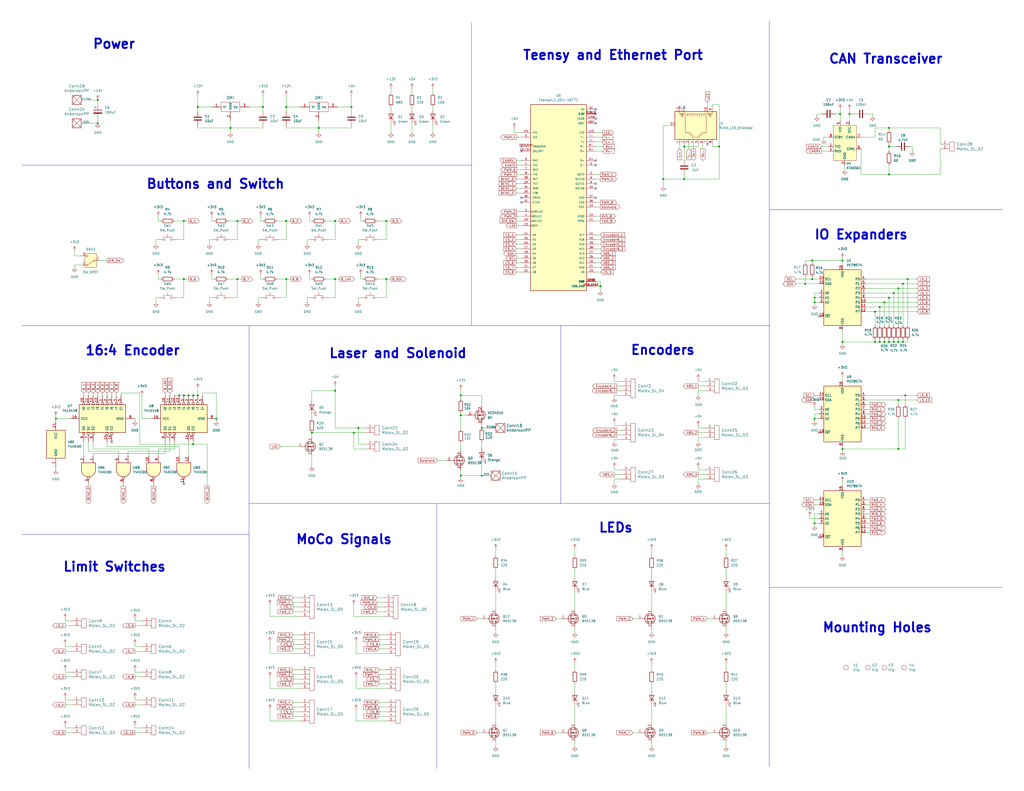
<source format=kicad_sch>
(kicad_sch (version 20231120) (generator "eeschema") (generator_version "8.0")
  (paper "C")
  (junction (at 459.74 186.69))
  (junction (at 191.77 58.42))
  (junction (at 492.76 186.69))
  (junction (at 210.82 120.65))
  (junction (at 105.41 242.57))
  (junction (at 107.95 215.9))
  (junction (at 262.89 233.68))
  (junction (at 373.38 80.01))
  (junction (at 100.33 215.9))
  (junction (at 439.42 154.94))
  (junction (at 487.68 160.02))
  (junction (at 482.6 165.1))
  (junction (at 107.95 58.42))
  (junction (at 182.88 120.65))
  (junction (at 182.88 152.4))
  (junction (at 485.14 95.25))
  (junction (at 444.5 285.75))
  (junction (at 129.54 120.65))
  (junction (at 485.14 162.56))
  (junction (at 480.06 186.69))
  (junction (at 173.99 69.85))
  (junction (at 494.03 215.9))
  (junction (at 102.87 215.9))
  (junction (at 463.55 62.23))
  (junction (at 459.74 142.24))
  (junction (at 443.23 152.4))
  (junction (at 97.79 215.9))
  (junction (at 495.3 152.4))
  (junction (at 156.21 58.42))
  (junction (at 210.82 152.4))
  (junction (at 477.52 170.18))
  (junction (at 444.5 228.6))
  (junction (at 125.73 69.85))
  (junction (at 490.22 186.69))
  (junction (at 490.22 157.48))
  (junction (at 485.14 186.69))
  (junction (at 143.51 58.42))
  (junction (at 100.33 120.65))
  (junction (at 490.22 245.11))
  (junction (at 459.74 245.11))
  (junction (at 485.14 69.85))
  (junction (at 105.41 215.9))
  (junction (at 392.43 80.01))
  (junction (at 262.89 259.715))
  (junction (at 327.66 156.21))
  (junction (at 251.46 259.715))
  (junction (at 193.04 236.22))
  (junction (at 156.21 120.65))
  (junction (at 53.34 54.61))
  (junction (at 443.23 142.24))
  (junction (at 444.5 162.56))
  (junction (at 487.68 186.69))
  (junction (at 100.33 152.4))
  (junction (at 53.34 67.31))
  (junction (at 118.11 228.6))
  (junction (at 458.47 62.23))
  (junction (at 195.58 233.68))
  (junction (at 492.76 154.94))
  (junction (at 251.46 215.9))
  (junction (at 477.52 186.69))
  (junction (at 480.06 167.64))
  (junction (at 156.21 152.4))
  (junction (at 129.54 152.4))
  (junction (at 485.14 80.01))
  (junction (at 30.48 228.6))
  (junction (at 373.38 97.79))
  (junction (at 490.22 218.44))
  (junction (at 444.5 165.1))
  (junction (at 170.18 236.22))
  (junction (at 361.95 97.79))
  (junction (at 482.6 186.69))
  (junction (at 182.88 213.36))
  (junction (at 251.46 226.695))
  (no_connect (at 370.84 58.42))
  (no_connect (at 325.12 102.87))
  (no_connect (at 284.48 80.01))
  (no_connect (at 325.12 87.63))
  (no_connect (at 447.04 293.37))
  (no_connect (at 325.12 100.33))
  (no_connect (at 60.96 241.3))
  (no_connect (at 325.12 90.17))
  (no_connect (at 325.12 107.95))
  (no_connect (at 325.12 59.69))
  (no_connect (at 325.12 64.77))
  (no_connect (at 284.48 107.95))
  (no_connect (at 447.04 236.22))
  (no_connect (at 325.12 62.23))
  (no_connect (at 447.04 172.72))
  (no_connect (at 284.48 82.55))
  (no_connect (at 284.48 110.49))
  (no_connect (at 373.38 58.42))
  (no_connect (at 100.33 264.16))
  (no_connect (at 386.08 78.74))
  (no_connect (at 325.12 67.31))
  (wire (pts (xy 313.69 384.81) (xy 313.69 394.97)))
  (wire (pts (xy 77.47 384.81) (xy 73.66 384.81)))
  (wire (pts (xy 194.31 393.7) (xy 210.82 393.7)))
  (wire (pts (xy 177.8 120.65) (xy 182.88 120.65)))
  (wire (pts (xy 143.51 52.07) (xy 143.51 58.42)))
  (wire (pts (xy 73.66 228.6) (xy 73.66 229.87)))
  (wire (pts (xy 35.56 382.27) (xy 39.37 382.27)))
  (wire (pts (xy 443.23 142.24) (xy 459.74 142.24)))
  (wire (pts (xy 73.66 381) (xy 73.66 382.27)))
  (polyline (pts (xy 305.943 177.8) (xy 305.943 274.955)))
  (wire (pts (xy 262.89 215.9) (xy 262.89 221.615)))
  (polyline (pts (xy 12.065 291.846) (xy 135.89 291.846)))
  (wire (pts (xy 490.22 218.44) (xy 490.22 220.98)))
  (wire (pts (xy 196.85 120.65) (xy 198.12 120.65)))
  (wire (pts (xy 444.5 273.05) (xy 447.04 273.05)))
  (wire (pts (xy 160.02 328.93) (xy 163.83 328.93)))
  (wire (pts (xy 384.81 256.54) (xy 381 256.54)))
  (wire (pts (xy 313.69 342.9) (xy 313.69 345.44)))
  (wire (pts (xy 50.8 247.65) (xy 50.8 248.92)))
  (wire (pts (xy 95.25 215.9) (xy 97.79 215.9)))
  (wire (pts (xy 55.88 214.63) (xy 55.88 215.9)))
  (polyline (pts (xy 257.302 12.065) (xy 257.302 177.8)))
  (wire (pts (xy 447.04 280.67) (xy 444.5 280.67)))
  (wire (pts (xy 125.73 69.85) (xy 143.51 69.85)))
  (wire (pts (xy 156.21 120.65) (xy 156.21 130.81)))
  (wire (pts (xy 151.13 120.65) (xy 156.21 120.65)))
  (wire (pts (xy 213.36 48.26) (xy 213.36 50.8)))
  (polyline (pts (xy 546.608 114.427) (xy 546.862 114.427)))
  (wire (pts (xy 143.51 69.85) (xy 143.51 68.58)))
  (wire (pts (xy 182.88 152.4) (xy 182.88 162.56)))
  (wire (pts (xy 147.32 369.57) (xy 147.32 375.92)))
  (wire (pts (xy 40.64 139.7) (xy 40.64 137.16)))
  (wire (pts (xy 115.57 152.4) (xy 116.84 152.4)))
  (wire (pts (xy 472.44 283.21) (xy 474.98 283.21)))
  (wire (pts (xy 355.6 311.15) (xy 355.6 314.96)))
  (wire (pts (xy 396.24 322.58) (xy 396.24 332.74)))
  (wire (pts (xy 238.76 251.46) (xy 243.84 251.46)))
  (wire (pts (xy 325.12 140.97) (xy 327.66 140.97)))
  (polyline (pts (xy 419.862 11.303) (xy 419.862 418.846)))
  (wire (pts (xy 444.5 165.1) (xy 444.5 166.37)))
  (wire (pts (xy 236.22 67.31) (xy 236.22 72.39)))
  (wire (pts (xy 194.31 350.52) (xy 194.31 356.87)))
  (wire (pts (xy 281.94 133.35) (xy 284.48 133.35)))
  (wire (pts (xy 182.88 120.65) (xy 185.42 120.65)))
  (wire (pts (xy 107.95 60.96) (xy 107.95 58.42)))
  (wire (pts (xy 472.44 228.6) (xy 474.98 228.6)))
  (wire (pts (xy 281.94 146.05) (xy 284.48 146.05)))
  (wire (pts (xy 44.45 139.7) (xy 40.64 139.7)))
  (wire (pts (xy 251.46 225.425) (xy 251.46 226.695)))
  (wire (pts (xy 86.36 120.65) (xy 87.63 120.65)))
  (wire (pts (xy 458.47 59.69) (xy 458.47 62.23)))
  (wire (pts (xy 107.95 69.85) (xy 107.95 68.58)))
  (wire (pts (xy 392.43 97.79) (xy 373.38 97.79)))
  (wire (pts (xy 105.41 241.3) (xy 105.41 242.57)))
  (wire (pts (xy 210.82 162.56) (xy 207.01 162.56)))
  (wire (pts (xy 35.56 365.76) (xy 35.56 367.03)))
  (wire (pts (xy 118.11 214.63) (xy 118.11 228.6)))
  (wire (pts (xy 182.88 152.4) (xy 185.42 152.4)))
  (wire (pts (xy 345.44 337.82) (xy 347.98 337.82)))
  (wire (pts (xy 77.47 228.6) (xy 77.47 215.9)))
  (wire (pts (xy 173.99 66.04) (xy 173.99 69.85)))
  (wire (pts (xy 151.13 152.4) (xy 156.21 152.4)))
  (wire (pts (xy 210.82 130.81) (xy 207.01 130.81)))
  (wire (pts (xy 90.17 247.65) (xy 50.8 247.65)))
  (wire (pts (xy 375.92 78.74) (xy 375.92 81.28)))
  (wire (pts (xy 182.88 162.56) (xy 179.07 162.56)))
  (wire (pts (xy 48.26 246.38) (xy 64.77 246.38)))
  (wire (pts (xy 262.89 231.775) (xy 262.89 233.68)))
  (wire (pts (xy 156.21 52.07) (xy 156.21 58.42)))
  (wire (pts (xy 160.02 365.76) (xy 163.83 365.76)))
  (wire (pts (xy 396.24 405.13) (xy 396.24 407.67)))
  (wire (pts (xy 35.56 353.06) (xy 39.37 353.06)))
  (wire (pts (xy 129.54 152.4) (xy 132.08 152.4)))
  (wire (pts (xy 472.44 160.02) (xy 487.68 160.02)))
  (wire (pts (xy 207.01 386.08) (xy 210.82 386.08)))
  (polyline (pts (xy 135.89 274.955) (xy 419.862 274.955)))
  (wire (pts (xy 195.58 130.81) (xy 195.58 133.35)))
  (wire (pts (xy 381 264.16) (xy 381 261.62)))
  (wire (pts (xy 140.97 130.81) (xy 140.97 133.35)))
  (wire (pts (xy 280.67 72.39) (xy 280.67 69.85)))
  (wire (pts (xy 110.49 215.9) (xy 110.49 214.63)))
  (wire (pts (xy 494.03 215.9) (xy 494.03 220.98)))
  (wire (pts (xy 335.28 215.9) (xy 339.09 215.9)))
  (wire (pts (xy 147.32 393.7) (xy 163.83 393.7)))
  (wire (pts (xy 381 213.36) (xy 384.81 213.36)))
  (wire (pts (xy 325.12 82.55) (xy 328.93 82.55)))
  (wire (pts (xy 444.5 160.02) (xy 444.5 162.56)))
  (wire (pts (xy 147.32 350.52) (xy 147.32 356.87)))
  (wire (pts (xy 207.01 346.71) (xy 210.82 346.71)))
  (wire (pts (xy 463.55 59.69) (xy 463.55 62.23)))
  (wire (pts (xy 156.21 152.4) (xy 156.21 162.56)))
  (wire (pts (xy 213.36 58.42) (xy 213.36 59.69)))
  (wire (pts (xy 191.77 60.96) (xy 191.77 58.42)))
  (wire (pts (xy 447.04 228.6) (xy 444.5 228.6)))
  (wire (pts (xy 396.24 342.9) (xy 396.24 345.44)))
  (wire (pts (xy 482.6 165.1) (xy 500.38 165.1)))
  (wire (pts (xy 205.74 331.47) (xy 209.55 331.47)))
  (wire (pts (xy 58.42 214.63) (xy 58.42 215.9)))
  (wire (pts (xy 156.21 152.4) (xy 158.75 152.4)))
  (wire (pts (xy 444.5 215.9) (xy 447.04 215.9)))
  (wire (pts (xy 48.26 265.43) (xy 48.26 264.16)))
  (wire (pts (xy 199.39 236.22) (xy 193.04 236.22)))
  (wire (pts (xy 281.94 105.41) (xy 284.48 105.41)))
  (wire (pts (xy 335.28 207.01) (xy 335.28 208.28)))
  (wire (pts (xy 182.88 120.65) (xy 182.88 130.81)))
  (wire (pts (xy 447.04 285.75) (xy 444.5 285.75)))
  (wire (pts (xy 251.46 259.715) (xy 262.89 259.715)))
  (wire (pts (xy 335.28 217.17) (xy 335.28 215.9)))
  (wire (pts (xy 381 261.62) (xy 384.81 261.62)))
  (wire (pts (xy 191.77 69.85) (xy 191.77 68.58)))
  (polyline (pts (xy 135.89 177.8) (xy 135.89 419.735)))
  (wire (pts (xy 193.04 336.55) (xy 209.55 336.55)))
  (wire (pts (xy 196.85 118.11) (xy 196.85 120.65)))
  (wire (pts (xy 381 233.68) (xy 381 232.41)))
  (wire (pts (xy 335.28 259.08) (xy 339.09 259.08)))
  (wire (pts (xy 156.21 69.85) (xy 156.21 68.58)))
  (wire (pts (xy 325.12 153.67) (xy 327.66 153.67)))
  (wire (pts (xy 384.81 208.28) (xy 381 208.28)))
  (wire (pts (xy 86.36 245.11) (xy 86.36 248.92)))
  (wire (pts (xy 396.24 384.81) (xy 396.24 394.97)))
  (wire (pts (xy 73.66 365.76) (xy 73.66 367.03)))
  (wire (pts (xy 35.56 337.82) (xy 35.56 339.09)))
  (wire (pts (xy 492.76 154.94) (xy 492.76 177.8)))
  (wire (pts (xy 477.52 185.42) (xy 477.52 186.69)))
  (wire (pts (xy 335.28 208.28) (xy 339.09 208.28)))
  (wire (pts (xy 459.74 245.11) (xy 490.22 245.11)))
  (wire (pts (xy 170.18 236.22) (xy 170.18 238.76)))
  (wire (pts (xy 129.54 162.56) (xy 125.73 162.56)))
  (wire (pts (xy 196.85 149.86) (xy 196.85 152.4)))
  (wire (pts (xy 262.89 233.68) (xy 265.43 233.68)))
  (polyline (pts (xy 238.252 274.955) (xy 238.252 419.735)))
  (wire (pts (xy 313.69 322.58) (xy 313.69 332.74)))
  (wire (pts (xy 35.56 396.24) (xy 35.56 397.51)))
  (wire (pts (xy 449.58 74.93) (xy 452.12 74.93)))
  (wire (pts (xy 381 208.28) (xy 381 207.01)))
  (wire (pts (xy 86.36 149.86) (xy 86.36 152.4)))
  (wire (pts (xy 476.25 62.23) (xy 473.71 62.23)))
  (wire (pts (xy 439.42 142.24) (xy 443.23 142.24)))
  (wire (pts (xy 39.37 384.81) (xy 35.56 384.81)))
  (wire (pts (xy 262.89 252.095) (xy 262.89 259.715)))
  (wire (pts (xy 92.71 246.38) (xy 69.85 246.38)))
  (wire (pts (xy 485.14 185.42) (xy 485.14 186.69)))
  (wire (pts (xy 325.12 74.93) (xy 328.93 74.93)))
  (wire (pts (xy 39.37 369.57) (xy 35.56 369.57)))
  (wire (pts (xy 480.06 186.69) (xy 477.52 186.69)))
  (wire (pts (xy 336.55 210.82) (xy 339.09 210.82)))
  (wire (pts (xy 170.18 213.36) (xy 170.18 218.44)))
  (wire (pts (xy 396.24 299.72) (xy 396.24 303.53)))
  (wire (pts (xy 86.36 152.4) (xy 87.63 152.4)))
  (wire (pts (xy 81.28 245.11) (xy 81.28 248.92)))
  (wire (pts (xy 173.99 69.85) (xy 191.77 69.85)))
  (wire (pts (xy 77.47 341.63) (xy 73.66 341.63)))
  (wire (pts (xy 480.06 167.64) (xy 500.38 167.64)))
  (wire (pts (xy 205.74 326.39) (xy 209.55 326.39)))
  (wire (pts (xy 205.74 334.01) (xy 209.55 334.01)))
  (wire (pts (xy 160.02 346.71) (xy 163.83 346.71)))
  (wire (pts (xy 160.02 354.33) (xy 163.83 354.33)))
  (wire (pts (xy 73.66 396.24) (xy 73.66 397.51)))
  (wire (pts (xy 485.14 80.01) (xy 485.14 82.55)))
  (wire (pts (xy 85.09 130.81) (xy 85.09 133.35)))
  (wire (pts (xy 281.94 118.11) (xy 284.48 118.11)))
  (wire (pts (xy 281.94 100.33) (xy 284.48 100.33)))
  (wire (pts (xy 381 215.9) (xy 381 213.36)))
  (wire (pts (xy 378.46 78.74) (xy 378.46 81.28)))
  (wire (pts (xy 472.44 157.48) (xy 490.22 157.48)))
  (wire (pts (xy 325.12 110.49) (xy 327.66 110.49)))
  (wire (pts (xy 205.74 120.65) (xy 210.82 120.65)))
  (wire (pts (xy 168.91 130.81) (xy 167.64 130.81)))
  (wire (pts (xy 463.55 62.23) (xy 463.55 66.04)))
  (wire (pts (xy 381 78.74) (xy 381 80.01)))
  (wire (pts (xy 477.52 69.85) (xy 485.14 69.85)))
  (wire (pts (xy 129.54 120.65) (xy 129.54 130.81)))
  (wire (pts (xy 251.46 241.935) (xy 251.46 246.38)))
  (wire (pts (xy 313.69 299.72) (xy 313.69 303.53)))
  (wire (pts (xy 485.14 69.85) (xy 485.14 71.12)))
  (wire (pts (xy 30.48 256.54) (xy 30.48 255.27)))
  (wire (pts (xy 177.8 152.4) (xy 182.88 152.4)))
  (wire (pts (xy 270.51 384.81) (xy 270.51 394.97)))
  (wire (pts (xy 48.26 214.63) (xy 48.26 215.9)))
  (wire (pts (xy 325.12 113.03) (xy 327.66 113.03)))
  (wire (pts (xy 35.56 351.79) (xy 35.56 353.06)))
  (wire (pts (xy 472.44 154.94) (xy 492.76 154.94)))
  (wire (pts (xy 49.53 54.61) (xy 53.34 54.61)))
  (wire (pts (xy 281.94 102.87) (xy 284.48 102.87)))
  (wire (pts (xy 459.74 205.74) (xy 459.74 208.28)))
  (wire (pts (xy 236.22 48.26) (xy 236.22 50.8)))
  (wire (pts (xy 207.01 373.38) (xy 210.82 373.38)))
  (wire (pts (xy 472.44 273.05) (xy 474.98 273.05)))
  (wire (pts (xy 392.43 80.01) (xy 392.43 97.79)))
  (wire (pts (xy 199.39 245.11) (xy 193.04 245.11)))
  (wire (pts (xy 459.74 180.34) (xy 459.74 186.69)))
  (wire (pts (xy 485.14 162.56) (xy 485.14 177.8)))
  (wire (pts (xy 60.96 214.63) (xy 60.96 215.9)))
  (wire (pts (xy 147.32 330.2) (xy 147.32 336.55)))
  (wire (pts (xy 469.9 81.28) (xy 469.9 95.25)))
  (polyline (pts (xy 12.065 90.17) (xy 257.302 90.17)))
  (wire (pts (xy 325.12 72.39) (xy 328.93 72.39)))
  (wire (pts (xy 463.55 62.23) (xy 466.09 62.23)))
  (wire (pts (xy 39.37 400.05) (xy 35.56 400.05)))
  (wire (pts (xy 281.94 148.59) (xy 284.48 148.59)))
  (wire (pts (xy 224.79 58.42) (xy 224.79 59.69)))
  (wire (pts (xy 73.66 337.82) (xy 73.66 339.09)))
  (wire (pts (xy 270.51 405.13) (xy 270.51 407.67)))
  (wire (pts (xy 447.04 283.21) (xy 441.96 283.21)))
  (wire (pts (xy 370.84 78.74) (xy 370.84 81.28)))
  (wire (pts (xy 303.53 400.05) (xy 306.07 400.05)))
  (wire (pts (xy 477.52 170.18) (xy 500.38 170.18)))
  (wire (pts (xy 48.26 241.3) (xy 48.26 246.38)))
  (wire (pts (xy 373.38 80.01) (xy 373.38 87.63)))
  (wire (pts (xy 85.09 162.56) (xy 85.09 165.1)))
  (wire (pts (xy 487.68 160.02) (xy 500.38 160.02)))
  (wire (pts (xy 115.57 162.56) (xy 114.3 162.56)))
  (wire (pts (xy 482.6 165.1) (xy 482.6 177.8)))
  (wire (pts (xy 156.21 58.42) (xy 163.83 58.42)))
  (wire (pts (xy 335.28 261.62) (xy 339.09 261.62)))
  (wire (pts (xy 73.66 339.09) (xy 77.47 339.09)))
  (wire (pts (xy 459.74 140.97) (xy 459.74 142.24)))
  (wire (pts (xy 336.55 237.49) (xy 339.09 237.49)))
  (wire (pts (xy 325.12 95.25) (xy 327.66 95.25)))
  (wire (pts (xy 472.44 285.75) (xy 474.98 285.75)))
  (wire (pts (xy 281.94 92.71) (xy 284.48 92.71)))
  (wire (pts (xy 270.51 322.58) (xy 270.51 332.74)))
  (wire (pts (xy 142.24 118.11) (xy 142.24 120.65)))
  (wire (pts (xy 35.56 367.03) (xy 39.37 367.03)))
  (wire (pts (xy 196.85 152.4) (xy 198.12 152.4)))
  (wire (pts (xy 381 256.54) (xy 381 255.27)))
  (wire (pts (xy 444.5 226.06) (xy 444.5 228.6)))
  (wire (pts (xy 67.31 265.43) (xy 67.31 264.16)))
  (wire (pts (xy 142.24 120.65) (xy 143.51 120.65)))
  (wire (pts (xy 381 259.08) (xy 384.81 259.08)))
  (wire (pts (xy 281.94 97.79) (xy 284.48 97.79)))
  (wire (pts (xy 447.04 226.06) (xy 444.5 226.06)))
  (wire (pts (xy 444.5 285.75) (xy 444.5 287.02)))
  (wire (pts (xy 73.66 351.79) (xy 73.66 353.06)))
  (wire (pts (xy 97.79 243.84) (xy 97.79 248.92)))
  (wire (pts (xy 35.56 397.51) (xy 39.37 397.51)))
  (wire (pts (xy 49.53 67.31) (xy 53.34 67.31)))
  (wire (pts (xy 485.14 162.56) (xy 500.38 162.56)))
  (polyline (pts (xy 419.862 320.675) (xy 546.735 320.675)))
  (wire (pts (xy 459.74 186.69) (xy 459.74 187.96)))
  (wire (pts (xy 107.95 52.07) (xy 107.95 58.42)))
  (wire (pts (xy 107.95 58.42) (xy 115.57 58.42)))
  (wire (pts (xy 110.49 214.63) (xy 118.11 214.63)))
  (wire (pts (xy 355.6 322.58) (xy 355.6 332.74)))
  (wire (pts (xy 492.76 185.42) (xy 492.76 186.69)))
  (wire (pts (xy 115.57 118.11) (xy 115.57 120.65)))
  (wire (pts (xy 135.89 58.42) (xy 143.51 58.42)))
  (wire (pts (xy 82.55 228.6) (xy 77.47 228.6)))
  (wire (pts (xy 39.37 355.6) (xy 35.56 355.6)))
  (wire (pts (xy 472.44 226.06) (xy 474.98 226.06)))
  (wire (pts (xy 142.24 152.4) (xy 143.51 152.4)))
  (wire (pts (xy 485.14 69.85) (xy 513.08 69.85)))
  (wire (pts (xy 361.95 97.79) (xy 361.95 101.6)))
  (wire (pts (xy 195.58 162.56) (xy 195.58 165.1)))
  (wire (pts (xy 472.44 278.13) (xy 474.98 278.13)))
  (wire (pts (xy 490.22 157.48) (xy 500.38 157.48)))
  (wire (pts (xy 495.3 186.69) (xy 492.76 186.69)))
  (wire (pts (xy 207.01 370.84) (xy 210.82 370.84)))
  (wire (pts (xy 262.89 215.9) (xy 251.46 215.9)))
  (wire (pts (xy 100.33 120.65) (xy 100.33 130.81)))
  (wire (pts (xy 30.48 228.6) (xy 30.48 229.87)))
  (wire (pts (xy 335.28 241.3) (xy 335.28 240.03)))
  (wire (pts (xy 477.52 186.69) (xy 459.74 186.69)))
  (wire (pts (xy 281.94 74.93) (xy 284.48 74.93)))
  (wire (pts (xy 92.71 214.63) (xy 92.71 215.9)))
  (wire (pts (xy 262.89 241.3) (xy 262.89 244.475)))
  (wire (pts (xy 381 241.3) (xy 381 238.76)))
  (wire (pts (xy 396.24 311.15) (xy 396.24 314.96)))
  (wire (pts (xy 124.46 120.65) (xy 129.54 120.65)))
  (wire (pts (xy 115.57 120.65) (xy 116.84 120.65)))
  (wire (pts (xy 97.79 215.9) (xy 100.33 215.9)))
  (wire (pts (xy 236.22 58.42) (xy 236.22 59.69)))
  (wire (pts (xy 325.12 97.79) (xy 327.66 97.79)))
  (wire (pts (xy 35.56 339.09) (xy 39.37 339.09)))
  (wire (pts (xy 210.82 152.4) (xy 213.36 152.4)))
  (wire (pts (xy 210.82 152.4) (xy 210.82 162.56)))
  (wire (pts (xy 168.91 120.65) (xy 170.18 120.65)))
  (wire (pts (xy 125.73 66.04) (xy 125.73 69.85)))
  (wire (pts (xy 168.91 118.11) (xy 168.91 120.65)))
  (wire (pts (xy 270.51 299.72) (xy 270.51 303.53)))
  (wire (pts (xy 373.38 78.74) (xy 373.38 80.01)))
  (wire (pts (xy 472.44 215.9) (xy 494.03 215.9)))
  (wire (pts (xy 207.01 354.33) (xy 210.82 354.33)))
  (wire (pts (xy 361.95 97.79) (xy 373.38 97.79)))
  (wire (pts (xy 251.46 256.54) (xy 251.46 259.715)))
  (wire (pts (xy 105.41 242.57) (xy 76.2 242.57)))
  (wire (pts (xy 194.31 369.57) (xy 194.31 375.92)))
  (wire (pts (xy 69.85 246.38) (xy 69.85 248.92)))
  (wire (pts (xy 35.56 381) (xy 35.56 382.27)))
  (wire (pts (xy 472.44 223.52) (xy 474.98 223.52)))
  (wire (pts (xy 485.14 78.74) (xy 485.14 80.01)))
  (wire (pts (xy 335.28 256.54) (xy 335.28 255.27)))
  (wire (pts (xy 469.9 74.93) (xy 477.52 74.93)))
  (wire (pts (xy 335.28 240.03) (xy 339.09 240.03)))
  (wire (pts (xy 30.48 228.6) (xy 38.1 228.6)))
  (polyline (pts (xy 419.989 114.427) (xy 546.608 114.427)))
  (wire (pts (xy 86.36 130.81) (xy 85.09 130.81)))
  (wire (pts (xy 303.53 337.82) (xy 306.07 337.82)))
  (polyline (pts (xy 12.065 177.8) (xy 419.989 177.8)))
  (wire (pts (xy 147.32 356.87) (xy 163.83 356.87)))
  (wire (pts (xy 443.23 143.51) (xy 443.23 142.24)))
  (wire (pts (xy 449.58 76.2) (xy 449.58 74.93)))
  (wire (pts (xy 53.34 64.77) (xy 53.34 67.31)))
  (wire (pts (xy 388.62 57.15) (xy 392.43 57.15)))
  (wire (pts (xy 480.06 167.64) (xy 480.06 177.8)))
  (wire (pts (xy 194.31 375.92) (xy 210.82 375.92)))
  (wire (pts (xy 224.79 48.26) (xy 224.79 50.8)))
  (wire (pts (xy 167.64 162.56) (xy 167.64 165.1)))
  (wire (pts (xy 142.24 162.56) (xy 140.97 162.56)))
  (wire (pts (xy 482.6 186.69) (xy 480.06 186.69)))
  (wire (pts (xy 336.55 213.36) (xy 339.09 213.36)))
  (wire (pts (xy 53.34 54.61) (xy 53.34 57.15)))
  (wire (pts (xy 281.94 128.27) (xy 284.48 128.27)))
  (wire (pts (xy 195.58 233.68) (xy 182.88 233.68)))
  (wire (pts (xy 447.04 154.94) (xy 439.42 154.94)))
  (wire (pts (xy 107.95 212.09) (xy 107.95 215.9)))
  (wire (pts (xy 472.44 165.1) (xy 482.6 165.1)))
  (wire (pts (xy 160.02 331.47) (xy 163.83 331.47)))
  (wire (pts (xy 513.08 81.28) (xy 513.08 95.25)))
  (wire (pts (xy 492.76 154.94) (xy 500.38 154.94)))
  (wire (pts (xy 207.01 388.62) (xy 210.82 388.62)))
  (wire (pts (xy 95.25 120.65) (xy 100.33 120.65)))
  (wire (pts (xy 485.14 95.25) (xy 485.14 90.17)))
  (wire (pts (xy 77.47 355.6) (xy 73.66 355.6)))
  (wire (pts (xy 251.46 259.715) (xy 251.46 260.985)))
  (wire (pts (xy 445.77 62.23) (xy 445.77 63.5)))
  (wire (pts (xy 281.94 140.97) (xy 284.48 140.97)))
  (wire (pts (xy 477.52 170.18) (xy 477.52 177.8)))
  (wire (pts (xy 339.09 256.54) (xy 335.28 256.54)))
  (wire (pts (xy 490.22 228.6) (xy 490.22 245.11)))
  (wire (pts (xy 472.44 152.4) (xy 495.3 152.4)))
  (wire (pts (xy 494.03 215.9) (xy 500.38 215.9)))
  (wire (pts (xy 441.96 283.21) (xy 441.96 281.94)))
  (wire (pts (xy 182.88 210.82) (xy 182.88 213.36)))
  (wire (pts (xy 260.35 400.05) (xy 262.89 400.05)))
  (wire (pts (xy 447.04 160.02) (xy 444.5 160.02)))
  (wire (pts (xy 490.22 185.42) (xy 490.22 186.69)))
  (wire (pts (xy 194.31 387.35) (xy 194.31 393.7)))
  (wire (pts (xy 447.04 152.4) (xy 443.23 152.4)))
  (wire (pts (xy 485.14 80.01) (xy 488.95 80.01)))
  (wire (pts (xy 160.02 370.84) (xy 163.83 370.84)))
  (wire (pts (xy 140.97 162.56) (xy 140.97 165.1)))
  (wire (pts (xy 95.25 241.3) (xy 95.25 245.11)))
  (wire (pts (xy 63.5 214.63) (xy 63.5 215.9)))
  (wire (pts (xy 73.66 382.27) (xy 77.47 382.27)))
  (wire (pts (xy 392.43 57.15) (xy 392.43 80.01)))
  (wire (pts (xy 361.95 68.58) (xy 361.95 97.79)))
  (wire (pts (xy 373.38 80.01) (xy 381 80.01)))
  (wire (pts (xy 156.21 120.65) (xy 158.75 120.65)))
  (wire (pts (xy 480.06 185.42) (xy 480.06 186.69)))
  (wire (pts (xy 207.01 383.54) (xy 210.82 383.54)))
  (wire (pts (xy 472.44 220.98) (xy 474.98 220.98)))
  (wire (pts (xy 170.18 248.92) (xy 170.18 254.635)))
  (wire (pts (xy 335.28 232.41) (xy 339.09 232.41)))
  (wire (pts (xy 168.91 149.86) (xy 168.91 152.4)))
  (wire (pts (xy 194.31 356.87) (xy 210.82 356.87)))
  (wire (pts (xy 160.02 373.38) (xy 163.83 373.38)))
  (wire (pts (xy 125.73 69.85) (xy 125.73 72.39)))
  (wire (pts (xy 77.47 400.05) (xy 73.66 400.05)))
  (wire (pts (xy 472.44 275.59) (xy 474.98 275.59)))
  (wire (pts (xy 513.08 69.85) (xy 513.08 78.74)))
  (wire (pts (xy 281.94 120.65) (xy 284.48 120.65)))
  (wire (pts (xy 388.62 80.01) (xy 392.43 80.01)))
  (wire (pts (xy 381 238.76) (xy 384.81 238.76)))
  (wire (pts (xy 100.33 152.4) (xy 100.33 162.56)))
  (wire (pts (xy 455.93 62.23) (xy 458.47 62.23)))
  (wire (pts (xy 388.62 78.74) (xy 388.62 80.01)))
  (wire (pts (xy 173.99 69.85) (xy 173.99 72.39)))
  (wire (pts (xy 196.85 162.56) (xy 195.58 162.56)))
  (wire (pts (xy 95.25 245.11) (xy 86.36 245.11)))
  (wire (pts (xy 66.04 214.63) (xy 66.04 215.9)))
  (wire (pts (xy 313.69 311.15) (xy 313.69 314.96)))
  (wire (pts (xy 459.74 245.11) (xy 459.74 246.38)))
  (wire (pts (xy 381 236.22) (xy 384.81 236.22)))
  (wire (pts (xy 281.94 123.19) (xy 284.48 123.19)))
  (wire (pts (xy 497.84 82.55) (xy 497.84 80.01)))
  (wire (pts (xy 270.51 373.38) (xy 270.51 377.19)))
  (wire (pts (xy 105.41 242.57) (xy 113.03 242.57)))
  (wire (pts (xy 251.46 215.9) (xy 251.46 217.805)))
  (wire (pts (xy 373.38 97.79) (xy 373.38 95.25)))
  (wire (pts (xy 325.12 80.01) (xy 328.93 80.01)))
  (wire (pts (xy 327.66 153.67) (xy 327.66 156.21)))
  (wire (pts (xy 472.44 170.18) (xy 477.52 170.18)))
  (wire (pts (xy 281.94 143.51) (xy 284.48 143.51)))
  (wire (pts (xy 355.6 299.72) (xy 355.6 303.53)))
  (wire (pts (xy 45.72 214.63) (xy 45.72 215.9)))
  (wire (pts (xy 386.08 55.88) (xy 386.08 58.42)))
  (wire (pts (xy 281.94 90.17) (xy 284.48 90.17)))
  (wire (pts (xy 160.02 334.01) (xy 163.83 334.01)))
  (wire (pts (xy 90.17 214.63) (xy 90.17 215.9)))
  (wire (pts (xy 383.54 78.74) (xy 383.54 81.28)))
  (wire (pts (xy 207.01 365.76) (xy 210.82 365.76)))
  (wire (pts (xy 64.77 246.38) (xy 64.77 248.92)))
  (wire (pts (xy 50.8 241.3) (xy 50.8 245.11)))
  (wire (pts (xy 459.74 262.89) (xy 459.74 265.43)))
  (wire (pts (xy 434.34 152.4) (xy 443.23 152.4)))
  (wire (pts (xy 182.88 213.36) (xy 170.18 213.36)))
  (wire (pts (xy 325.12 120.65) (xy 327.66 120.65)))
  (wire (pts (xy 170.18 226.06) (xy 170.18 228.6)))
  (wire (pts (xy 325.12 143.51) (xy 327.66 143.51)))
  (wire (pts (xy 444.5 275.59) (xy 447.04 275.59)))
  (wire (pts (xy 459.74 300.99) (xy 459.74 303.53)))
  (wire (pts (xy 325.12 156.21) (xy 327.66 156.21)))
  (wire (pts (xy 281.94 135.89) (xy 284.48 135.89)))
  (wire (pts (xy 487.68 186.69) (xy 485.14 186.69)))
  (wire (pts (xy 35.56 341.63) (xy 39.37 341.63)))
  (wire (pts (xy 325.12 128.27) (xy 327.66 128.27)))
  (wire (pts (xy 365.76 68.58) (xy 361.95 68.58)))
  (wire (pts (xy 58.42 241.3) (xy 58.42 243.84)))
  (wire (pts (xy 199.39 233.68) (xy 195.58 233.68)))
  (wire (pts (xy 251.46 212.725) (xy 251.46 215.9)))
  (wire (pts (xy 100.33 162.56) (xy 96.52 162.56)))
  (wire (pts (xy 153.035 243.84) (xy 162.56 243.84)))
  (wire (pts (xy 494.03 228.6) (xy 494.03 245.11)))
  (wire (pts (xy 472.44 167.64) (xy 480.06 167.64)))
  (wire (pts (xy 325.12 118.11) (xy 327.66 118.11)))
  (wire (pts (xy 50.8 214.63) (xy 50.8 215.9)))
  (wire (pts (xy 448.31 82.55) (xy 452.12 82.55)))
  (wire (pts (xy 448.31 80.01) (xy 452.12 80.01)))
  (wire (pts (xy 115.57 130.81) (xy 114.3 130.81)))
  (wire (pts (xy 325.12 133.35) (xy 327.66 133.35)))
  (wire (pts (xy 335.28 231.14) (xy 335.28 232.41)))
  (wire (pts (xy 30.48 227.33) (xy 30.48 228.6)))
  (wire (pts (xy 58.42 243.84) (xy 97.79 243.84)))
  (wire (pts (xy 284.48 72.39) (xy 280.67 72.39)))
  (wire (pts (xy 207.01 368.3) (xy 210.82 368.3)))
  (wire (pts (xy 205.74 328.93) (xy 209.55 328.93)))
  (wire (pts (xy 444.5 218.44) (xy 447.04 218.44)))
  (wire (pts (xy 336.55 234.95) (xy 339.09 234.95)))
  (wire (pts (xy 129.54 130.81) (xy 125.73 130.81)))
  (wire (pts (xy 513.08 95.25) (xy 485.14 95.25)))
  (wire (pts (xy 396.24 373.38) (xy 396.24 377.19)))
  (wire (pts (xy 147.32 375.92) (xy 163.83 375.92)))
  (wire (pts (xy 434.34 154.94) (xy 439.42 154.94)))
  (wire (pts (xy 487.68 185.42) (xy 487.68 186.69)))
  (wire (pts (xy 472.44 218.44) (xy 490.22 218.44)))
  (wire (pts (xy 113.03 242.57) (xy 113.03 265.43)))
  (wire (pts (xy 210.82 120.65) (xy 210.82 130.81)))
  (wire (pts (xy 107.95 69.85) (xy 125.73 69.85)))
  (wire (pts (xy 193.04 245.11) (xy 193.04 236.22)))
  (wire (pts (xy 124.46 152.4) (xy 129.54 152.4)))
  (wire (pts (xy 102.87 215.9) (xy 105.41 215.9)))
  (wire (pts (xy 156.21 60.96) (xy 156.21 58.42)))
  (wire (pts (xy 355.6 405.13) (xy 355.6 407.67)))
  (wire (pts (xy 476.25 63.5) (xy 476.25 62.23)))
  (wire (pts (xy 129.54 120.65) (xy 132.08 120.65)))
  (wire (pts (xy 92.71 241.3) (xy 92.71 246.38)))
  (wire (pts (xy 147.32 336.55) (xy 163.83 336.55)))
  (wire (pts (xy 281.94 130.81) (xy 284.48 130.81)))
  (wire (pts (xy 102.87 241.3) (xy 102.87 248.92)))
  (wire (pts (xy 83.82 265.43) (xy 83.82 264.16)))
  (wire (pts (xy 114.3 162.56) (xy 114.3 165.1)))
  (wire (pts (xy 472.44 231.14) (xy 474.98 231.14)))
  (wire (pts (xy 100.33 130.81) (xy 96.52 130.81)))
  (wire (pts (xy 270.51 361.95) (xy 270.51 365.76)))
  (wire (pts (xy 443.23 152.4) (xy 443.23 151.13)))
  (wire (pts (xy 492.76 186.69) (xy 490.22 186.69)))
  (wire (pts (xy 495.3 185.42) (xy 495.3 186.69)))
  (wire (pts (xy 495.3 152.4) (xy 500.38 152.4)))
  (wire (pts (xy 325.12 146.05) (xy 327.66 146.05)))
  (wire (pts (xy 142.24 149.86) (xy 142.24 152.4)))
  (wire (pts (xy 160.02 349.25) (xy 163.83 349.25)))
  (wire (pts (xy 444.5 223.52) (xy 444.5 222.25)))
  (wire (pts (xy 482.6 185.42) (xy 482.6 186.69)))
  (wire (pts (xy 355.6 342.9) (xy 355.6 345.44)))
  (wire (pts (xy 458.47 62.23) (xy 458.47 66.04)))
  (wire (pts (xy 386.08 400.05) (xy 388.62 400.05)))
  (wire (pts (xy 313.69 373.38) (xy 313.69 377.19)))
  (wire (pts (xy 160.02 351.79) (xy 163.83 351.79)))
  (wire (pts (xy 459.74 142.24) (xy 459.74 144.78)))
  (wire (pts (xy 325.12 135.89) (xy 327.66 135.89)))
  (wire (pts (xy 448.31 62.23) (xy 445.77 62.23)))
  (wire (pts (xy 114.3 130.81) (xy 114.3 133.35)))
  (wire (pts (xy 100.33 120.65) (xy 102.87 120.65)))
  (wire (pts (xy 497.84 80.01) (xy 496.57 80.01)))
  (wire (pts (xy 472.44 288.29) (xy 474.98 288.29)))
  (wire (pts (xy 196.85 130.81) (xy 195.58 130.81)))
  (wire (pts (xy 281.94 115.57) (xy 284.48 115.57)))
  (wire (pts (xy 205.74 152.4) (xy 210.82 152.4)))
  (wire (pts (xy 345.44 400.05) (xy 347.98 400.05)))
  (wire (pts (xy 251.46 226.695) (xy 255.27 226.695)))
  (wire (pts (xy 100.33 152.4) (xy 102.87 152.4)))
  (wire (pts (xy 210.82 120.65) (xy 213.36 120.65)))
  (wire (pts (xy 459.74 243.84) (xy 459.74 245.11)))
  (wire (pts (xy 472.44 233.68) (xy 474.98 233.68)))
  (wire (pts (xy 193.04 330.2) (xy 193.04 336.55)))
  (wire (pts (xy 447.04 165.1) (xy 444.5 165.1)))
  (wire (pts (xy 53.34 214.63) (xy 53.34 215.9)))
  (wire (pts (xy 251.46 226.695) (xy 251.46 234.315)))
  (wire (pts (xy 439.42 143.51) (xy 439.42 142.24)))
  (wire (pts (xy 95.25 152.4) (xy 100.33 152.4)))
  (wire (pts (xy 224.79 67.31) (xy 224.79 72.39)))
  (wire (pts (xy 381 210.82) (xy 384.81 210.82)))
  (wire (pts (xy 207.01 351.79) (xy 210.82 351.79)))
  (wire (pts (xy 168.91 152.4) (xy 170.18 152.4)))
  (wire (pts (xy 355.6 361.95) (xy 355.6 365.76)))
  (wire (pts (xy 494.03 245.11) (xy 490.22 245.11)))
  (wire (pts (xy 156.21 130.81) (xy 152.4 130.81)))
  (wire (pts (xy 384.81 233.68) (xy 381 233.68)))
  (wire (pts (xy 281.94 95.25) (xy 284.48 95.25)))
  (wire (pts (xy 182.88 130.81) (xy 179.07 130.81)))
  (wire (pts (xy 477.52 74.93) (xy 477.52 69.85)))
  (wire (pts (xy 77.47 369.57) (xy 73.66 369.57)))
  (wire (pts (xy 160.02 326.39) (xy 163.83 326.39)))
  (wire (pts (xy 447.04 162.56) (xy 444.5 162.56)))
  (wire (pts (xy 325.12 77.47) (xy 328.93 77.47)))
  (wire (pts (xy 396.24 361.95) (xy 396.24 365.76)))
  (wire (pts (xy 388.62 58.42) (xy 388.62 57.15)))
  (wire (pts (xy 86.36 118.11) (xy 86.36 120.65)))
  (wire (pts (xy 168.91 162.56) (xy 167.64 162.56)))
  (wire (pts (xy 105.41 215.9) (xy 107.95 215.9)))
  (wire (pts (xy 199.39 242.57) (xy 195.58 242.57)))
  (wire (pts (xy 76.2 214.63) (xy 66.04 214.63)))
  (wire (pts (xy 444.5 228.6) (xy 444.5 229.87)))
  (wire (pts (xy 260.35 337.82) (xy 262.89 337.82)))
  (wire (pts (xy 207.01 349.25) (xy 210.82 349.25)))
  (wire (pts (xy 386.08 337.82) (xy 388.62 337.82)))
  (wire (pts (xy 160.02 391.16) (xy 163.83 391.16)))
  (wire (pts (xy 327.66 156.21) (xy 327.66 158.75)))
  (wire (pts (xy 44.45 144.78) (xy 40.64 144.78)))
  (wire (pts (xy 469.9 95.25) (xy 485.14 95.25)))
  (wire (pts (xy 86.36 162.56) (xy 85.09 162.56)))
  (wire (pts (xy 156.21 69.85) (xy 173.99 69.85)))
  (wire (pts (xy 313.69 405.13) (xy 313.69 407.67)))
  (wire (pts (xy 143.51 60.96) (xy 143.51 58.42)))
  (wire (pts (xy 444.5 162.56) (xy 444.5 165.1)))
  (wire (pts (xy 142.24 130.81) (xy 140.97 130.81)))
  (wire (pts (xy 115.57 149.86) (xy 115.57 152.4)))
  (wire (pts (xy 270.51 342.9) (xy 270.51 345.44)))
  (wire (pts (xy 472.44 280.67) (xy 474.98 280.67)))
  (wire (pts (xy 160.02 386.08) (xy 163.83 386.08)))
  (wire (pts (xy 355.6 384.81) (xy 355.6 394.97)))
  (wire (pts (xy 490.22 186.69) (xy 487.68 186.69)))
  (wire (pts (xy 355.6 373.38) (xy 355.6 377.19)))
  (wire (pts (xy 167.64 130.81) (xy 167.64 133.35)))
  (wire (pts (xy 213.36 67.31) (xy 213.36 72.39)))
  (wire (pts (xy 54.61 142.24) (xy 58.42 142.24)))
  (wire (pts (xy 40.64 144.78) (xy 40.64 146.05)))
  (wire (pts (xy 160.02 368.3) (xy 163.83 368.3)))
  (wire (pts (xy 184.15 58.42) (xy 191.77 58.42)))
  (wire (pts (xy 447.04 223.52) (xy 444.5 223.52)))
  (wire (pts (xy 100.33 215.9) (xy 102.87 215.9)))
  (wire (pts (xy 195.58 242.57) (xy 195.58 233.68)))
  (wire (pts (xy 325.12 130.81) (xy 327.66 130.81)))
  (wire (pts (xy 313.69 361.95) (xy 313.69 365.76)))
  (wire (pts (xy 281.94 87.63) (xy 284.48 87.63)))
  (wire (pts (xy 472.44 290.83) (xy 474.98 290.83)))
  (wire (pts (xy 444.5 280.67) (xy 444.5 285.75)))
  (wire (pts (xy 90.17 241.3) (xy 90.17 247.65)))
  (wire (pts (xy 335.28 264.16) (xy 335.28 261.62)))
  (wire (pts (xy 495.3 152.4) (xy 495.3 177.8)))
  (wire (pts (xy 487.68 160.02) (xy 487.68 177.8)))
  (wire (pts (xy 160.02 383.54) (xy 163.83 383.54)))
  (wire (pts (xy 325.12 138.43) (xy 327.66 138.43)))
  (wire (pts (xy 129.54 152.4) (xy 129.54 162.56)))
  (wire (pts (xy 490.22 157.48) (xy 490.22 177.8)))
  (wire (pts (xy 50.8 245.11) (xy 81.28 245.11)))
  (wire (pts (xy 490.22 218.44) (xy 500.38 218.44)))
  (wire (pts (xy 160.02 388.62) (xy 163.83 388.62)))
  (wire (pts (xy 118.11 229.87) (xy 118.11 228.6)))
  (wire (pts (xy 45.72 241.3) (xy 45.72 248.92)))
  (wire (pts (xy 182.88 233.68) (xy 182.88 213.36)))
  (wire (pts (xy 191.77 52.07) (xy 191.77 58.42)))
  (wire (pts (xy 485.14 186.69) (xy 482.6 186.69)))
  (wire (pts (xy 472.44 162.56) (xy 485.14 162.56)))
  (wire (pts (xy 73.66 353.06) (xy 77.47 353.06)))
  (wire (pts (xy 439.42 154.94) (xy 439.42 151.13)))
  (wire (pts (xy 73.66 397.51) (xy 77.47 397.51)))
  (wire (pts (xy 281.94 138.43) (xy 284.48 138.43)))
  (wire (pts (xy 461.01 90.17) (xy 461.01 92.71)))
  (wire (pts (xy 147.32 387.35) (xy 147.32 393.7)))
  (wire (pts (xy 73.66 367.03) (xy 77.47 367.03)))
  (wire (pts (xy 207.01 391.16) (xy 210.82 391.16)))
  (wire (pts (xy 76.2 242.57) (xy 76.2 214.63)))
  (wire (pts (xy 170.18 236.22) (xy 193.04 236.22)))
  (wire (pts (xy 325.12 148.59) (xy 327.66 148.59)))
  (wire (pts (xy 156.21 162.56) (xy 152.4 162.56)))
  (wire (pts (xy 270.51 311.15) (xy 270.51 314.96)))
  (text "Buttons and Switch" (at 117.602 100.584 0) (effects (font (size 5.08 5.08) (thickness 1.016) (bold yes))))
  (text "LEDs" (at 336.042 288.29 0) (effects (font (size 5.08 5.08) (thickness 1.016) (bold yes))))
  (text "Teensy and Ethernet Port" (at 334.518 30.226 0) (effects (font (size 5.08 5.08) (thickness 1.016) (bold yes))))
  (text "Limit Switches" (at 62.484 309.626 0) (effects (font (size 5.08 5.08) (thickness 1.016) (bold yes))))
  (text "Encoders" (at 361.696 191.262 0) (effects (font (size 5.08 5.08) (thickness 1.016) (bold yes))))
  (text "Power" (at 62.23 24.13 0) (effects (font (size 5.08 5.08) (thickness 1.016) (bold yes))))
  (text "MoCo Signals" (at 187.706 294.64 0) (effects (font (size 5.08 5.08) (thickness 1.016) (bold yes))))
  (text "16:4 Encoder" (at 72.39 191.516 0) (effects (font (size 5.08 5.08) (thickness 1.016) (bold yes))))
  (text "IO Expanders" (at 469.9 128.27 0) (effects (font (size 5.08 5.08) (thickness 1.016) (bold yes))))
  (text "Laser and Solenoid" (at 217.17 193.04 0) (effects (font (size 5.08 5.08) (thickness 1.016) (bold yes))))
  (text "Mounting Holes" (at 478.663 342.773 0) (effects (font (size 5.08 5.08) (thickness 1.016) (bold yes))))
  (text "CAN Transceiver" (at 483.362 32.258 0) (effects (font (size 5.08 5.08) (thickness 1.016) (bold yes))))
  (global_label "RVS_5" (shape input) (at 205.74 326.39 180) (property "Intersheetrefs" "${INTERSHEET_REFS}" (effects (hide yes))))
  (global_label "LS_2" (shape output) (at 35.56 355.6 180) (property "Intersheetrefs" "${INTERSHEET_REFS}" (effects (hide yes))))
  (global_label "CS_1" (shape input) (at 281.94 128.27 180) (property "Intersheetrefs" "${INTERSHEET_REFS}" (effects (hide yes))))
  (global_label "LS_9" (shape input) (at 500.38 215.9 0) (property "Intersheetrefs" "${INTERSHEET_REFS}" (effects (hide yes))))
  (global_label "SCL" (shape input) (at 434.34 152.4 180) (property "Intersheetrefs" "${INTERSHEET_REFS}" (effects (hide yes))))
  (global_label "FWD_8" (shape input) (at 207.01 391.16 180) (property "Intersheetrefs" "${INTERSHEET_REFS}" (effects (hide yes))))
  (global_label "PWM_4" (shape input) (at 386.08 337.82 180) (property "Intersheetrefs" "${INTERSHEET_REFS}" (effects (hide yes))))
  (global_label "CS_5" (shape output) (at 205.74 331.47 180) (property "Intersheetrefs" "${INTERSHEET_REFS}" (effects (hide yes))))
  (global_label "LS_3" (shape input) (at 500.38 157.48 0) (property "Intersheetrefs" "${INTERSHEET_REFS}" (effects (hide yes))))
  (global_label "PWM_5" (shape input) (at 205.74 328.93 180) (property "Intersheetrefs" "${INTERSHEET_REFS}" (effects (hide yes))))
  (global_label "PWM_8" (shape input) (at 207.01 386.08 180) (property "Intersheetrefs" "${INTERSHEET_REFS}" (effects (hide yes))))
  (global_label "Rx-" (shape output) (at 383.54 81.28 270) (property "Intersheetrefs" "${INTERSHEET_REFS}" (effects (hide yes))))
  (global_label "SDA" (shape bidirectional) (at 434.34 154.94 180) (property "Intersheetrefs" "${INTERSHEET_REFS}" (effects (hide yes))))
  (global_label "RVS_1" (shape input) (at 160.02 326.39 180) (property "Intersheetrefs" "${INTERSHEET_REFS}" (effects (hide yes))))
  (global_label "EncoderB_2" (shape input) (at 327.66 135.89 0) (property "Intersheetrefs" "${INTERSHEET_REFS}" (effects (hide yes))))
  (global_label "PWM_2" (shape output) (at 281.94 115.57 180) (property "Intersheetrefs" "${INTERSHEET_REFS}" (effects (hide yes))))
  (global_label "BENC_0" (shape input) (at 281.94 97.79 180) (property "Intersheetrefs" "${INTERSHEET_REFS}" (effects (hide yes))))
  (global_label "SDA" (shape bidirectional) (at 444.5 218.44 180) (property "Intersheetrefs" "${INTERSHEET_REFS}" (effects (hide yes))))
  (global_label "Solenoid" (shape input) (at 238.76 251.46 180) (property "Intersheetrefs" "${INTERSHEET_REFS}" (effects (hide yes))))
  (global_label "CS_7" (shape input) (at 281.94 146.05 180) (property "Intersheetrefs" "${INTERSHEET_REFS}" (effects (hide yes))))
  (global_label "B_3" (shape input) (at 50.8 214.63 90) (property "Intersheetrefs" "${INTERSHEET_REFS}" (effects (hide yes))))
  (global_label "Solenoid" (shape output) (at 327.66 113.03 0) (property "Intersheetrefs" "${INTERSHEET_REFS}" (effects (hide yes))))
  (global_label "RVS_7" (shape output) (at 474.98 290.83 0) (property "Intersheetrefs" "${INTERSHEET_REFS}" (effects (hide yes))))
  (global_label "ABS_4" (shape input) (at 327.66 146.05 0) (property "Intersheetrefs" "${INTERSHEET_REFS}" (effects (hide yes))))
  (global_label "RVS_5" (shape output) (at 474.98 280.67 0) (property "Intersheetrefs" "${INTERSHEET_REFS}" (effects (hide yes))))
  (global_label "CS_4" (shape input) (at 281.94 135.89 180) (property "Intersheetrefs" "${INTERSHEET_REFS}" (effects (hide yes))))
  (global_label "LS_7" (shape input) (at 500.38 167.64 0) (property "Intersheetrefs" "${INTERSHEET_REFS}" (effects (hide yes))))
  (global_label "CANRX" (shape input) (at 281.94 87.63 180) (property "Intersheetrefs" "${INTERSHEET_REFS}" (effects (hide yes))))
  (global_label "RVS_4" (shape output) (at 474.98 275.59 0) (property "Intersheetrefs" "${INTERSHEET_REFS}" (effects (hide yes))))
  (global_label "EncoderA_1" (shape input) (at 327.66 128.27 0) (property "Intersheetrefs" "${INTERSHEET_REFS}" (effects (hide yes))))
  (global_label "PWM_5" (shape output) (at 327.66 97.79 0) (property "Intersheetrefs" "${INTERSHEET_REFS}" (effects (hide yes))))
  (global_label "B_6" (shape input) (at 58.42 214.63 90) (property "Intersheetrefs" "${INTERSHEET_REFS}" (effects (hide yes))))
  (global_label "DIR_SW" (shape output) (at 58.42 142.24 0) (property "Intersheetrefs" "${INTERSHEET_REFS}" (effects (hide yes))))
  (global_label "RVS_4" (shape input) (at 160.02 383.54 180) (property "Intersheetrefs" "${INTERSHEET_REFS}" (effects (hide yes))))
  (global_label "B_6" (shape output) (at 102.87 152.4 0) (property "Intersheetrefs" "${INTERSHEET_REFS}" (effects (hide yes))))
  (global_label "B_LAS" (shape input) (at 90.17 214.63 90) (property "Intersheetrefs" "${INTERSHEET_REFS}" (effects (hide yes))))
  (global_label "B_2" (shape input) (at 48.26 214.63 90) (property "Intersheetrefs" "${INTERSHEET_REFS}" (effects (hide yes))))
  (global_label "ABS_4" (shape output) (at 335.28 259.08 180) (property "Intersheetrefs" "${INTERSHEET_REFS}" (effects (hide yes))))
  (global_label "B_8" (shape output) (at 158.75 152.4 0) (property "Intersheetrefs" "${INTERSHEET_REFS}" (effects (hide yes))))
  (global_label "ABS_1" (shape input) (at 327.66 138.43 0) (property "Intersheetrefs" "${INTERSHEET_REFS}" (effects (hide yes))))
  (global_label "B_8" (shape input) (at 63.5 214.63 90) (property "Intersheetrefs" "${INTERSHEET_REFS}" (effects (hide yes))))
  (global_label "CS_7" (shape output) (at 207.01 370.84 180) (property "Intersheetrefs" "${INTERSHEET_REFS}" (effects (hide yes))))
  (global_label "CS_4" (shape output) (at 160.02 388.62 180) (property "Intersheetrefs" "${INTERSHEET_REFS}" (effects (hide yes))))
  (global_label "PWM_6" (shape input) (at 303.53 400.05 180) (property "Intersheetrefs" "${INTERSHEET_REFS}" (effects (hide yes))))
  (global_label "PWM_6" (shape output) (at 281.94 92.71 180) (property "Intersheetrefs" "${INTERSHEET_REFS}" (effects (hide yes))))
  (global_label "FWD_4" (shape input) (at 160.02 391.16 180) (property "Intersheetrefs" "${INTERSHEET_REFS}" (effects (hide yes))))
  (global_label "PWM_8" (shape input) (at 386.08 400.05 180) (property "Intersheetrefs" "${INTERSHEET_REFS}" (effects (hide yes))))
  (global_label "B_5" (shape output) (at 213.36 120.65 0) (property "Intersheetrefs" "${INTERSHEET_REFS}" (effects (hide yes))))
  (global_label "FWD_5" (shape output) (at 474.98 278.13 0) (property "Intersheetrefs" "${INTERSHEET_REFS}" (effects (hide yes))))
  (global_label "PWM_7" (shape input) (at 345.44 400.05 180) (property "Intersheetrefs" "${INTERSHEET_REFS}" (effects (hide yes))))
  (global_label "RVS_7" (shape input) (at 207.01 365.76 180) (property "Intersheetrefs" "${INTERSHEET_REFS}" (effects (hide yes))))
  (global_label "FWD_7" (shape output) (at 474.98 288.29 0) (property "Intersheetrefs" "${INTERSHEET_REFS}" (effects (hide yes))))
  (global_label "Tx-" (shape output) (at 328.93 74.93 0) (property "Intersheetrefs" "${INTERSHEET_REFS}" (effects (hide yes))))
  (global_label "PWM_7" (shape input) (at 207.01 368.3 180) (property "Intersheetrefs" "${INTERSHEET_REFS}" (effects (hide yes))))
  (global_label "BENC_3" (shape input) (at 281.94 105.41 180) (property "Intersheetrefs" "${INTERSHEET_REFS}" (effects (hide yes))))
  (global_label "CS_6" (shape input) (at 281.94 143.51 180) (property "Intersheetrefs" "${INTERSHEET_REFS}" (effects (hide yes))))
  (global_label "PWM_5" (shape input) (at 260.35 400.05 180) (property "Intersheetrefs" "${INTERSHEET_REFS}" (effects (hide yes))))
  (global_label "B_3" (shape output) (at 158.75 120.65 0) (property "Intersheetrefs" "${INTERSHEET_REFS}" (effects (hide yes))))
  (global_label "LAS" (shape input) (at 153.035 243.84 180) (property "Intersheetrefs" "${INTERSHEET_REFS}" (effects (hide yes))))
  (global_label "BENC_1" (shape input) (at 281.94 100.33 180) (property "Intersheetrefs" "${INTERSHEET_REFS}" (effects (hide yes))))
  (global_label "Rx+" (shape input) (at 328.93 80.01 0) (property "Intersheetrefs" "${INTERSHEET_REFS}" (effects (hide yes))))
  (global_label "PWM_3" (shape output) (at 281.94 118.11 180) (property "Intersheetrefs" "${INTERSHEET_REFS}" (effects (hide yes))))
  (global_label "EncoderA_1" (shape output) (at 336.55 210.82 180) (property "Intersheetrefs" "${INTERSHEET_REFS}" (effects (hide yes))))
  (global_label "RVS_2" (shape output) (at 474.98 228.6 0) (property "Intersheetrefs" "${INTERSHEET_REFS}" (effects (hide yes))))
  (global_label "CS_2" (shape output) (at 160.02 351.79 180) (property "Intersheetrefs" "${INTERSHEET_REFS}" (effects (hide yes))))
  (global_label "FWD_3" (shape input) (at 160.02 373.38 180) (property "Intersheetrefs" "${INTERSHEET_REFS}" (effects (hide yes))))
  (global_label "LAS" (shape output) (at 281.94 123.19 180) (property "Intersheetrefs" "${INTERSHEET_REFS}" (effects (hide yes))))
  (global_label "FWD_7" (shape input) (at 207.01 373.38 180) (property "Intersheetrefs" "${INTERSHEET_REFS}" (effects (hide yes))))
  (global_label "FWD_2" (shape output) (at 474.98 226.06 0) (property "Intersheetrefs" "${INTERSHEET_REFS}" (effects (hide yes))))
  (global_label "SCL" (shape output) (at 281.94 140.97 180) (property "Intersheetrefs" "${INTERSHEET_REFS}" (effects (hide yes))))
  (global_label "PWM_1" (shape input) (at 160.02 328.93 180) (property "Intersheetrefs" "${INTERSHEET_REFS}" (effects (hide yes))))
  (global_label "SCL" (shape input) (at 444.5 273.05 180) (property "Intersheetrefs" "${INTERSHEET_REFS}" (effects (hide yes))))
  (global_label "BENC_0" (shape output) (at 48.26 265.43 270) (property "Intersheetrefs" "${INTERSHEET_REFS}" (effects (hide yes))))
  (global_label "CS_8" (shape output) (at 207.01 388.62 180) (property "Intersheetrefs" "${INTERSHEET_REFS}" (effects (hide yes))))
  (global_label "Tx+" (shape output) (at 328.93 77.47 0) (property "Intersheetrefs" "${INTERSHEET_REFS}" (effects (hide yes))))
  (global_label "CANRX" (shape output) (at 448.31 82.55 180) (property "Intersheetrefs" "${INTERSHEET_REFS}" (effects (hide yes))))
  (global_label "EncoderB_1" (shape output) (at 336.55 213.36 180) (property "Intersheetrefs" "${INTERSHEET_REFS}" (effects (hide yes))))
  (global_label "EncoderA_2" (shape input) (at 327.66 133.35 0) (property "Intersheetrefs" "${INTERSHEET_REFS}" (effects (hide yes))))
  (global_label "B_LAS" (shape output) (at 185.42 152.4 0) (property "Intersheetrefs" "${INTERSHEET_REFS}" (effects (hide yes))))
  (global_label "B_4" (shape output) (at 185.42 120.65 0) (property "Intersheetrefs" "${INTERSHEET_REFS}" (effects (hide yes))))
  (global_label "CS_6" (shape output) (at 207.01 351.79 180) (property "Intersheetrefs" "${INTERSHEET_REFS}" (effects (hide yes))))
  (global_label "LS_3" (shape output) (at 35.56 369.57 180) (property "Intersheetrefs" "${INTERSHEET_REFS}" (effects (hide yes))))
  (global_label "B_1" (shape output) (at 102.87 120.65 0) (property "Intersheetrefs" "${INTERSHEET_REFS}" (effects (hide yes))))
  (global_label "FWD_6" (shape input) (at 207.01 354.33 180) (property "Intersheetrefs" "${INTERSHEET_REFS}" (effects (hide yes))))
  (global_label "ABS_3" (shape input) (at 327.66 143.51 0) (property "Intersheetrefs" "${INTERSHEET_REFS}" (effects (hide yes))))
  (global_label "EncoderA_2" (shape output) (at 336.55 234.95 180) (property "Intersheetrefs" "${INTERSHEET_REFS}" (effects (hide yes))))
  (global_label "FWD_2" (shape input) (at 160.02 354.33 180) (property "Intersheetrefs" "${INTERSHEET_REFS}" (effects (hide yes))))
  (global_label "FWD_4" (shape output) (at 474.98 273.05 0) (property "Intersheetrefs" "${INTERSHEET_REFS}" (effects (hide yes))))
  (global_label "CS_5" (shape input) (at 327.66 148.59 0) (property "Intersheetrefs" "${INTERSHEET_REFS}" (effects (hide yes))))
  (global_label "PWM_3" (shape input) (at 160.02 368.3 180) (property "Intersheetrefs" "${INTERSHEET_REFS}" (effects (hide yes))))
  (global_label "SDA" (shape bidirectional) (at 281.94 138.43 180) (property "Intersheetrefs" "${INTERSHEET_REFS}" (effects (hide yes))))
  (global_label "Rx-" (shape input) (at 328.93 82.55 0) (property "Intersheetrefs" "${INTERSHEET_REFS}" (effects (hide yes))))
  (global_label "BENC_2" (shape output) (at 83.82 265.43 270) (property "Intersheetrefs" "${INTERSHEET_REFS}" (effects (hide yes))))
  (global_label "RVS_3" (shape output) (at 474.98 233.68 0) (property "Intersheetrefs" "${INTERSHEET_REFS}" (effects (hide yes))))
  (global_label "PWM_3" (shape input) (at 345.44 337.82 180) (property "Intersheetrefs" "${INTERSHEET_REFS}" (effects (hide yes))))
  (global_label "LS_8" (shape output) (at 73.66 369.57 180) (property "Intersheetrefs" "${INTERSHEET_REFS}" (effects (hide yes))))
  (global_label "LS_2" (shape input) (at 500.38 154.94 0) (property "Intersheetrefs" "${INTERSHEET_REFS}" (effects (hide yes))))
  (global_label "LS_8" (shape input) (at 500.38 170.18 0) (property "Intersheetrefs" "${INTERSHEET_REFS}" (effects (hide yes))))
  (global_label "B_SOL" (shape input) (at 92.71 214.63 90) (property "Intersheetrefs" "${INTERSHEET_REFS}" (effects (hide yes))))
  (global_label "LED" (shape output) (at 328.93 72.39 0) (property "Intersheetrefs" "${INTERSHEET_REFS}" (effects (hide yes))))
  (global_label "FWD_8" (shape output) (at 327.66 120.65 0) (property "Intersheetrefs" "${INTERSHEET_REFS}" (effects (hide yes))))
  (global_label "PWM_2" (shape input) (at 303.53 337.82 180) (property "Intersheetrefs" "${INTERSHEET_REFS}" (effects (hide yes))))
  (global_label "RVS_6" (shape output) (at 474.98 285.75 0) (property "Intersheetrefs" "${INTERSHEET_REFS}" (effects (hide yes))))
  (global_label "LS_7" (shape output) (at 73.66 355.6 180) (property "Intersheetrefs" "${INTERSHEET_REFS}" (effects (hide yes))))
  (global_label "B_5" (shape input) (at 55.88 214.63 90) (property "Intersheetrefs" "${INTERSHEET_REFS}" (effects (hide yes))))
  (global_label "DIR_SW" (shape input) (at 281.94 120.65 180) (property "Intersheetrefs" "${INTERSHEET_REFS}" (effects (hide yes))))
  (global_label "ABS_2" (shape input) (at 327.66 140.97 0) (property "Intersheetrefs" "${INTERSHEET_REFS}" (effects (hide yes))))
  (global_label "Rx+" (shape output) (at 378.46 81.28 270) (property "Intersheetrefs" "${INTERSHEET_REFS}" (effects (hide yes))))
  (global_label "PWM_4" (shape output) (at 281.94 74.93 180) (property "Intersheetrefs" "${INTERSHEET_REFS}" (effects (hide yes))))
  (global_label "LED" (shape input) (at 386.08 55.88 90) (property "Intersheetrefs" "${INTERSHEET_REFS}" (effects (hide yes))))
  (global_label "PWM_2" (shape input) (at 160.02 349.25 180) (property "Intersheetrefs" "${INTERSHEET_REFS}" (effects (hide yes))))
  (global_label "LS_10" (shape output) (at 73.66 400.05 180) (property "Intersheetrefs" "${INTERSHEET_REFS}" (effects (hide yes))))
  (global_label "FWD_1" (shape output) (at 474.98 220.98 0) (property "Intersheetrefs" "${INTERSHEET_REFS}" (effects (hide yes))))
  (global_label "PWM_1" (shape output) (at 327.66 95.25 0) (property "Intersheetrefs" "${INTERSHEET_REFS}" (effects (hide yes))))
  (global_label "BENC_2" (shape input) (at 281.94 102.87 180) (property "Intersheetrefs" "${INTERSHEET_REFS}" (effects (hide yes))))
  (global_label "RVS_2" (shape input) (at 160.02 346.71 180) (property "Intersheetrefs" "${INTERSHEET_REFS}" (effects (hide yes))))
  (global_label "RVS_6" (shape input) (at 207.01 346.71 180) (property "Intersheetrefs" "${INTERSHEET_REFS}" (effects (hide yes))))
  (global_label "LS_5" (shape output) (at 35.56 400.05 180) (property "Intersheetrefs" "${INTERSHEET_REFS}" (effects (hide yes))))
  (global_label "LS_6" (shape output) (at 73.66 341.63 180) (property "Intersheetrefs" "${INTERSHEET_REFS}" (effects (hide yes))))
  (global_label "ABS_2" (shape output) (at 381 236.22 180) (property "Intersheetrefs" "${INTERSHEET_REFS}" (effects (hide yes))))
  (global_label "CS_3" (shape input) (at 281.94 133.35 180) (property "Intersheetrefs" "${INTERSHEET_REFS}" (effects (hide yes))))
  (global_label "B_4" (shape input) (at 53.34 214.63 90) (property "Intersheetrefs" "${INTERSHEET_REFS}" (effects (hide yes))))
  (global_label "LS_1" (shape output) (at 35.56 341.63 180) (property "Intersheetrefs" "${INTERSHEET_REFS}" (effects (hide yes))))
  (global_label "ABS_3" (shape output) (at 381 259.08 180) (property "Intersheetrefs" "${INTERSHEET_REFS}" (effects (hide yes))))
  (global_label "CANTX" (shape output) (at 281.94 90.17 180) (property "Intersheetrefs" "${INTERSHEET_REFS}" (effects (hide yes))))
  (global_label "Tx+" (shape input) (at 370.84 81.28 270) (property "Intersheetrefs" "${INTERSHEET_REFS}" (effects (hide yes))))
  (global_label "B_7" (shape output) (at 132.08 152.4 0) (property "Intersheetrefs" "${INTERSHEET_REFS}" (effects (hide yes))))
  (global_label "LS_10" (shape input) (at 500.38 218.44 0) (property "Intersheetrefs" "${INTERSHEET_REFS}" (effects (hide yes))))
  (global_label "LS_5" (shape input) (at 500.38 162.56 0) (property "Intersheetrefs" "${INTERSHEET_REFS}" (effects (hide yes))))
  (global_label "RVS_8" (shape output) (at 327.66 118.11 0) (property "Intersheetrefs" "${INTERSHEET_REFS}" (effects (hide yes))))
  (global_label "EncoderB_1" (shape input) (at 327.66 130.81 0) (property "Intersheetrefs" "${INTERSHEET_REFS}" (effects (hide yes))))
  (global_label "BENC_3" (shape output) (at 113.03 265.43 270) (property "Intersheetrefs" "${INTERSHEET_REFS}" (effects (hide yes))))
  (global_label "SCL" (shape input) (at 444.5 215.9 180) (property "Intersheetrefs" "${INTERSHEET_REFS}" (effects (hide yes))))
  (global_label "PWM_4" (shape input) (at 160.02 386.08 180) (property "Intersheetrefs" "${INTERSHEET_REFS}" (effects (hide yes))))
  (global_label "Tx-" (shape input) (at 375.92 81.28 270) (property "Intersheetrefs" "${INTERSHEET_REFS}" (effects (hide yes))))
  (global_label "CS_3" (shape output) (at 160.02 370.84 180) (property "Intersheetrefs" "${INTERSHEET_REFS}" (effects (hide yes))))
  (global_label "RVS_1" (shape output) (at 474.98 223.52 0) (property "Intersheetrefs" "${INTERSHEET_REFS}" (effects (hide yes))))
  (global_label "PWM_1" (shape input) (at 260.35 337.82 180) (property "Intersheetrefs" "${INTERSHEET_REFS}" (effects (hide yes))))
  (global_label "FWD_1" (shape input) (at 160.02 334.01 180) (property "Intersheetrefs" "${INTERSHEET_REFS}" (effects (hide yes))))
  (global_label "FWD_5" (shape input) (at 205.74 334.01 180) (property "Intersheetrefs" "${INTERSHEET_REFS}" (effects (hide yes))))
  (global_label "CS_2" (shape input) (at 281.94 130.81 180) (property "Intersheetrefs" "${INTERSHEET_REFS}" (effects (hide yes))))
  (global_label "B_7" (shape input) (at 60.96 214.63 90) (property "Intersheetrefs" "${INTERSHEET_REFS}" (effects (hide yes))))
  (global_label "B_SOL" (shape output) (at 213.36 152.4 0) (property "Intersheetrefs" "${INTERSHEET_REFS}" (effects (hide yes))))
  (global_label "RVS_8" (shape input) (at 207.01 383.54 180) (property "Intersheetrefs" "${INTERSHEET_REFS}" (effects (hide yes))))
  (global_label "PWM_8" (shape output) (at 327.66 110.49 0) (property "Intersheetrefs" "${INTERSHEET_REFS}" (effects (hide yes))))
  (global_label "LS_1" (shape input) (at 500.38 152.4 0) (property "Intersheetrefs" "${INTERSHEET_REFS}" (effects (hide yes))))
  (global_label "CANTX" (shape input) (at 448.31 80.01 180) (property "Intersheetrefs" "${INTERSHEET_REFS}" (effects (hide yes))))
  (global_label "PWM_6" (shape input) (at 207.01 349.25 180) (property "Intersheetrefs" "${INTERSHEET_REFS}" (effects (hide yes))))
  (global_label "LS_4" (shape output) (at 35.56 384.81 180) (property "Intersheetrefs" "${INTERSHEET_REFS}" (effects (hide yes))))
  (global_label "B_1" (shape input) (at 45.72 214.63 90) (property "Intersheetrefs" "${INTERSHEET_REFS}" (effects (hide yes))))
  (global_label "LS_9" (shape output) (at 73.66 384.81 180) (property "Intersheetrefs" "${INTERSHEET_REFS}" (effects (hide yes))))
  (global_label "LS_6" (shape input) (at 500.38 165.1 0) (property "Intersheetrefs" "${INTERSHEET_REFS}" (effects (hide yes))))
  (global_label "B_2" (shape output) (at 132.08 120.65 0) (property "Intersheetrefs" "${INTERSHEET_REFS}" (effects (hide yes))))
  (global_label "FWD_6" (shape output) (at 474.98 283.21 0) (property "Intersheetrefs" "${INTERSHEET_REFS}" (effects (hide yes))))
  (global_label "CS_8" (shape input) (at 281.94 148.59 180) (property "Intersheetrefs" "${INTERSHEET_REFS}" (effects (hide yes))))
  (global_label "FWD_3" (shape output) (at 474.98 231.14 0) (property "Intersheetrefs" "${INTERSHEET_REFS}" (effects (hide yes))))
  (global_label "SDA" (shape bidirectional) (at 444.5 275.59 180) (property "Intersheetrefs" "${INTERSHEET_REFS}" (effects (hide yes))))
  (global_label "EncoderB_2" (shape output) (at 336.55 237.49 180) (property "Intersheetrefs" "${INTERSHEET_REFS}" (effects (hide yes))))
  (global_label "ABS_1" (shape output) (at 381 210.82 180) (property "Intersheetrefs" "${INTERSHEET_REFS}" (effects (hide yes))))
  (global_label "BENC_1" (shape output) (at 67.31 265.43 270) (property "Intersheetrefs" "${INTERSHEET_REFS}" (effects (hide yes))))
  (global_label "CS_1" (shape output) (at 160.02 331.47 180) (property "Intersheetrefs" "${INTERSHEET_REFS}" (effects (hide yes))))
  (global_label "LS_4" (shape input) (at 500.38 160.02 0) (property "Intersheetrefs" "${INTERSHEET_REFS}" (effects (hide yes))))
  (global_label "RVS_3" (shape input) (at 160.02 365.76 180) (property "Intersheetrefs" "${INTERSHEET_REFS}" (effects (hide yes))))
  (global_label "PWM_7" (shape output) (at 281.94 95.25 180) (property "Intersheetrefs" "${INTERSHEET_REFS}" (effects (hide yes))))
  (symbol (lib_id "Device:R") (at 213.36 54.61 0) (unit 1)
    (property "Reference" "R1" (at 215.9 53.3399 0) (effects (justify left)))
    (property "Value" "680" (at 215.9 55.8799 0) (effects (justify left)))
    (property "Description" "Resistor" (effects (hide yes)))
  )
  (symbol (lib_id "power:GND") (at 85.09 133.35 0) (unit 1)
    (property "Reference" "#PWR045" (effects (hide yes)))
    (property "Value" "GND" (at 85.09 138.43 0))
    (property "Description" "Power symbol creates a global label with name \"GND\" , ground" (effects (hide yes)))
  )
  (symbol (lib_id "Switch:SW_Push") (at 173.99 130.81 0) (unit 1)
    (property "Reference" "SW4" (at 173.99 123.19 0))
    (property "Value" "SW_Push" (at 173.99 125.73 0))
    (property "Description" "Push button switch, generic, two pins" (effects (hide yes)))
  )
  (symbol (lib_id "Device:C") (at 452.12 62.23 270) (unit 1)
    (property "Reference" "C7" (at 452.12 54.61 90))
    (property "Value" "100nF" (at 452.12 57.15 90))
    (property "Description" "Unpolarized capacitor" (effects (hide yes)))
  )
  (symbol (lib_id "MRDT_Connectors:Molex_SL_02") (at 204.47 246.38 0) (unit 1)
    (property "Reference" "Conn24" (at 208.28 242.57 0) (effects (font (size 1.524 1.524)) (justify left)))
    (property "Value" "Molex_SL_02" (at 208.28 245.11 0) (effects (font (size 1.524 1.524)) (justify left)))
    (property "Footprint" "MRDT_Connectors:MOLEX_SL_02_Vertical" (effects (hide yes)))
  )
  (symbol (lib_id "Device:LED") (at 224.79 63.5 90) (unit 1)
    (property "Reference" "D3" (at 228.6 63.8174 90) (effects (justify right)))
    (property "Value" "Green" (at 228.6 66.3574 90) (effects (justify right)))
    (property "Description" "Light emitting diode" (effects (hide yes)))
  )
  (symbol (lib_id "power:GND") (at 445.77 63.5 0) (unit 1)
    (property "Reference" "#PWR067" (effects (hide yes)))
    (property "Value" "GND" (at 445.77 68.58 0))
    (property "Description" "Power symbol creates a global label with name \"GND\" , ground" (effects (hide yes)))
  )
  (symbol (lib_id "power:+12V") (at 213.36 48.26 0) (unit 1)
    (property "Reference" "#PWR07" (effects (hide yes)))
    (property "Value" "+12V" (at 213.36 43.18 0))
    (property "Description" "Power symbol creates a global label with name \"+12V\"" (effects (hide yes)))
  )
  (symbol (lib_id "power:+3V3") (at 313.69 299.72 0) (unit 1)
    (property "Reference" "#PWR098" (effects (hide yes)))
    (property "Value" "+3V3" (at 313.69 294.64 0))
    (property "Description" "Power symbol creates a global label with name \"+3V3\"" (effects (hide yes)))
  )
  (symbol (lib_id "power:+3V3") (at 194.31 350.52 0) (unit 1)
    (property "Reference" "#PWR073" (effects (hide yes)))
    (property "Value" "+3V3" (at 194.31 345.44 0))
    (property "Description" "Power symbol creates a global label with name \"+3V3\"" (effects (hide yes)))
  )
  (symbol (lib_id "MRDT_Connectors:AndersonPP") (at 39.37 69.85 0) (unit 1)
    (property "Reference" "Conn2" (at 41.91 59.69 0) (effects (font (size 1.524 1.524))))
    (property "Value" "AndersonPP" (at 41.91 62.23 0) (effects (font (size 1.524 1.524))))
  )
  (symbol (lib_id "power:+3V3") (at 355.6 299.72 0) (unit 1)
    (property "Reference" "#PWR0100" (effects (hide yes)))
    (property "Value" "+3V3" (at 355.6 294.64 0))
    (property "Description" "Power symbol creates a global label with name \"+3V3\"" (effects (hide yes)))
  )
  (symbol (lib_id "Device:R") (at 147.32 152.4 90) (unit 1)
    (property "Reference" "R11" (at 147.32 146.05 90))
    (property "Value" "4.7k" (at 147.32 148.59 90))
    (property "Description" "Resistor" (effects (hide yes)))
  )
  (symbol (lib_id "power:GND") (at 381 215.9 0) (unit 1)
    (property "Reference" "#PWR033" (effects (hide yes)))
    (property "Value" "GND" (at 381.254 220.98 0))
    (property "Description" "Power symbol creates a global label with name \"GND\" , ground" (effects (hide yes)))
  )
  (symbol (lib_id "power:+3V3") (at 35.56 351.79 0) (unit 1)
    (property "Reference" "#PWR016" (effects (hide yes)))
    (property "Value" "+3V3" (at 35.56 346.71 0))
    (property "Description" "Power symbol creates a global label with name \"+3V3\"" (effects (hide yes)))
  )
  (symbol (lib_id "power:+12V") (at 107.95 52.07 0) (unit 1)
    (property "Reference" "#PWR03" (effects (hide yes)))
    (property "Value" "+12V" (at 107.95 46.99 0))
    (property "Description" "Power symbol creates a global label with name \"+12V\"" (effects (hide yes)))
  )
  (symbol (lib_id "power:+3V3") (at 73.66 337.82 0) (unit 1)
    (property "Reference" "#PWR015" (effects (hide yes)))
    (property "Value" "+3V3" (at 73.66 333.248 0))
    (property "Description" "Power symbol creates a global label with name \"+3V3\"" (effects (hide yes)))
  )
  (symbol (lib_id "Device:R") (at 477.52 181.61 0) (unit 1)
    (property "Reference" "R18" (at 471.678 180.34 0) (effects (justify left)))
    (property "Value" "4.7k" (at 471.678 182.626 0) (effects (justify left)))
    (property "Description" "Resistor" (effects (hide yes)))
  )
  (symbol (lib_id "Device:R") (at 439.42 147.32 0) (unit 1)
    (property "Reference" "R17" (at 433.07 146.05 0) (effects (justify left)))
    (property "Value" "4.7k" (at 433.07 148.59 0) (effects (justify left)))
    (property "Description" "Resistor" (effects (hide yes)))
  )
  (symbol (lib_id "power:GND") (at 313.69 407.67 0) (unit 1)
    (property "Reference" "#PWR0107" (effects (hide yes)))
    (property "Value" "GND" (at 313.69 412.75 0))
    (property "Description" "Power symbol creates a global label with name \"GND\" , ground" (effects (hide yes)))
  )
  (symbol (lib_id "power:+5V") (at 335.28 255.27 0) (unit 1)
    (property "Reference" "#PWR038" (effects (hide yes)))
    (property "Value" "+5V" (at 335.28 250.19 0))
    (property "Description" "Power symbol creates a global label with name \"+5V\"" (effects (hide yes)))
  )
  (symbol (lib_id "power:+5V") (at 381 232.41 0) (unit 1)
    (property "Reference" "#PWR034" (effects (hide yes)))
    (property "Value" "+5V" (at 381 227.33 0))
    (property "Description" "Power symbol creates a global label with name \"+5V\"" (effects (hide yes)))
  )
  (symbol (lib_id "power:GND") (at 140.97 133.35 0) (unit 1)
    (property "Reference" "#PWR048" (effects (hide yes)))
    (property "Value" "GND" (at 140.97 138.43 0))
    (property "Description" "Power symbol creates a global label with name \"GND\" , ground" (effects (hide yes)))
  )
  (symbol (lib_id "Device:R") (at 91.44 152.4 90) (unit 1)
    (property "Reference" "R9" (at 91.44 146.05 90))
    (property "Value" "4.7k" (at 91.44 148.59 90))
    (property "Description" "Resistor" (effects (hide yes)))
  )
  (symbol (lib_id "power:+5V") (at 381 255.27 0) (unit 1)
    (property "Reference" "#PWR036" (effects (hide yes)))
    (property "Value" "+5V" (at 381 250.19 0))
    (property "Description" "Power symbol creates a global label with name \"+5V\"" (effects (hide yes)))
  )
  (symbol (lib_id "MRDT_Connectors:Molex_SL_02") (at 518.16 82.55 0) (unit 1)
    (property "Reference" "Conn28" (at 521.97 78.7399 0) (effects (font (size 1.524 1.524)) (justify left)))
    (property "Value" "Molex_SL_02" (at 521.97 81.2799 0) (effects (font (size 1.524 1.524)) (justify left)))
  )
  (symbol (lib_id "power:GND") (at 381 264.16 0) (unit 1)
    (property "Reference" "#PWR037" (effects (hide yes)))
    (property "Value" "GND" (at 381 268.478 0))
    (property "Description" "Power symbol creates a global label with name \"GND\" , ground" (effects (hide yes)))
  )
  (symbol (lib_id "power:GND") (at 396.24 407.67 0) (unit 1)
    (property "Reference" "#PWR0112" (effects (hide yes)))
    (property "Value" "GND" (at 396.24 412.75 0))
    (property "Description" "Power symbol creates a global label with name \"GND\" , ground" (effects (hide yes)))
  )
  (symbol (lib_id "Device:R") (at 443.23 147.32 0) (unit 1)
    (property "Reference" "R16" (at 445.008 146.304 0) (effects (justify left)))
    (property "Value" "4.7k" (at 445.008 148.844 0) (effects (justify left)))
    (property "Description" "Resistor" (effects (hide yes)))
  )
  (symbol (lib_id "power:+3V3") (at 30.48 227.33 0) (unit 1)
    (property "Reference" "#PWR090" (effects (hide yes)))
    (property "Value" "+3V3" (at 30.48 222.25 0))
  )
  (symbol (lib_id "Connector:RJ45_LED_Shielded") (at 378.46 68.58 270) (unit 1)
    (property "Reference" "J1" (at 392.43 67.3099 90) (effects (justify left)))
    (property "Value" "RJ45_LED_Shielded" (at 392.43 69.8499 90) (effects (justify left)))
    (property "Description" "RJ connector, 8P8C (8 positions 8 connected), two LEDs, Shielded" (effects (hide yes)))
  )
  (symbol (lib_id "Device:R") (at 147.32 120.65 90) (unit 1)
    (property "Reference" "R6" (at 147.32 114.3 90))
    (property "Value" "4.7k" (at 147.32 116.84 90))
    (property "Description" "Resistor" (effects (hide yes)))
  )
  (symbol (lib_id "Device:LED") (at 170.18 222.25 90) (unit 1)
    (property "Reference" "D5" (at 173.99 222.5675 90) (effects (justify right)))
    (property "Value" "Orange" (at 173.99 225.1075 90) (effects (justify right)))
    (property "Footprint" "LED_SMD:LED_0603_1608Metric_Pad1.05x0.95mm_HandSolder" (effects (hide yes)))
  )
  (symbol (lib_id "Device:R") (at 120.65 120.65 90) (unit 1)
    (property "Reference" "R5" (at 120.65 114.3 90))
    (property "Value" "4.7k" (at 120.65 116.84 90))
    (property "Description" "Resistor" (effects (hide yes)))
  )
  (symbol (lib_id "power:GND") (at 236.22 72.39 0) (unit 1)
    (property "Reference" "#PWR010" (effects (hide yes)))
    (property "Value" "GND" (at 236.22 77.47 0))
    (property "Description" "Power symbol creates a global label with name \"GND\" , ground" (effects (hide yes)))
  )
  (symbol (lib_id "Switch:SW_Push") (at 120.65 162.56 0) (unit 1)
    (property "Reference" "SW7" (at 120.65 154.94 0))
    (property "Value" "SW_Push" (at 120.65 157.48 0))
    (property "Description" "Push button switch, generic, two pins" (effects (hide yes)))
  )
  (symbol (lib_id "power:GND") (at 213.36 72.39 0) (unit 1)
    (property "Reference" "#PWR08" (effects (hide yes)))
    (property "Value" "GND" (at 213.36 77.47 0))
    (property "Description" "Power symbol creates a global label with name \"GND\" , ground" (effects (hide yes)))
  )
  (symbol (lib_id "Transistor_FET:BSS138") (at 353.06 400.05 0) (unit 1)
    (property "Reference" "Q9" (at 359.41 398.78 0) (effects (justify left)))
    (property "Value" "BSS138" (at 359.41 401.32 0) (effects (justify left)))
    (property "Footprint" "Package_TO_SOT_SMD:SOT-23" (effects (hide yes)))
    (property "Datasheet" "https://www.onsemi.com/pub/Collateral/BSS138-D.PDF" (effects (hide yes)))
  )
  (symbol (lib_id "MRDT_Connectors:Molex_SL_03") (at 344.17 262.89 0) (unit 1)
    (property "Reference" "Conn27" (at 347.98 257.8099 0) (effects (font (size 1.524 1.524)) (justify left)))
    (property "Value" "Molex_SL_03" (at 347.98 260.3499 0) (effects (font (size 1.524 1.524)) (justify left)))
  )
  (symbol (lib_id "power:+5V") (at 335.28 207.01 0) (unit 1)
    (property "Reference" "#PWR024" (effects (hide yes)))
    (property "Value" "+5V" (at 335.28 201.93 0))
    (property "Description" "Power symbol creates a global label with name \"+5V\"" (effects (hide yes)))
  )
  (symbol (lib_id "power:+3V3") (at 168.91 149.86 0) (unit 1)
    (property "Reference" "#PWR061" (effects (hide yes)))
    (property "Value" "+3V3" (at 168.91 144.78 0))
    (property "Description" "Power symbol creates a global label with name \"+3V3\"" (effects (hide yes)))
  )
  (symbol (lib_id "power:GND") (at 85.09 165.1 0) (unit 1)
    (property "Reference" "#PWR054" (effects (hide yes)))
    (property "Value" "GND" (at 85.09 170.18 0))
    (property "Description" "Power symbol creates a global label with name \"GND\" , ground" (effects (hide yes)))
  )
  (symbol (lib_id "74xx:74HC00") (at 30.48 242.57 0) (unit 5)
    (property "Reference" "U6" (at 36.83 241.3 0) (effects (justify left)))
    (property "Value" "74HC00" (at 36.83 243.84 0) (effects (justify left)))
    (property "Footprint" "Package_SO:SO-14_3.9x8.65mm_P1.27mm" (effects (hide yes)))
    (property "Datasheet" "http://www.ti.com/lit/gpn/sn74hc00" (effects (hide yes)))
  )
  (symbol (lib_id "Switch:SW_SPDT") (at 49.53 142.24 180) (unit 1)
    (property "Reference" "SW12" (at 49.53 136.144 0))
    (property "Value" "SW_SPDT" (at 49.53 148.59 0))
    (property "Description" "Switch, single pole double throw" (effects (hide yes)))
  )
  (symbol (lib_id "power:+3V3") (at 73.66 365.76 0) (unit 1)
    (property "Reference" "#PWR019" (effects (hide yes)))
    (property "Value" "+3V3" (at 73.66 360.68 0))
    (property "Description" "Power symbol creates a global label with name \"+3V3\"" (effects (hide yes)))
  )
  (symbol (lib_id "Device:C") (at 107.95 64.77 0) (unit 1)
    (property "Reference" "C1" (at 111.76 63.4999 0) (effects (justify left)))
    (property "Value" "10uF" (at 111.76 66.0399 0) (effects (justify left)))
    (property "Description" "Unpolarized capacitor" (effects (hide yes)))
  )
  (symbol (lib_id "power:+3V3") (at 73.66 381 0) (unit 1)
    (property "Reference" "#PWR021" (effects (hide yes)))
    (property "Value" "+3V3" (at 73.66 375.92 0))
    (property "Description" "Power symbol creates a global label with name \"+3V3\"" (effects (hide yes)))
  )
  (symbol (lib_id "MRDT_Connectors:Molex_SL_02") (at 82.55 386.08 0) (unit 1)
    (property "Reference" "Conn11" (at 86.36 382.2699 0) (effects (font (size 1.524 1.524)) (justify left)))
    (property "Value" "Molex_SL_02" (at 86.36 384.8099 0) (effects (font (size 1.524 1.524)) (justify left)))
  )
  (symbol (lib_id "power:+3V3") (at 459.74 262.89 0) (unit 1)
    (property "Reference" "#PWR081" (effects (hide yes)))
    (property "Value" "+3V3" (at 459.74 258.572 0))
    (property "Description" "Power symbol creates a global label with name \"+3V3\"" (effects (hide yes)))
  )
  (symbol (lib_id "power:+3V3") (at 458.47 59.69 0) (unit 1)
    (property "Reference" "#PWR066" (effects (hide yes)))
    (property "Value" "+3V3" (at 458.47 54.61 0))
    (property "Description" "Power symbol creates a global label with name \"+3V3\"" (effects (hide yes)))
  )
  (symbol (lib_id "power:GND") (at 459.74 246.38 0) (unit 1)
    (property "Reference" "#PWR077" (effects (hide yes)))
    (property "Value" "GND" (at 459.994 250.19 0))
    (property "Description" "Power symbol creates a global label with name \"GND\" , ground" (effects (hide yes)))
  )
  (symbol (lib_id "Device:R") (at 251.46 221.615 0) (unit 1)
    (property "Reference" "R31" (at 253.238 220.9713 0) (effects (justify left)))
    (property "Value" "10k" (at 253.238 222.8923 0) (effects (justify left)))
    (property "Footprint" "Resistor_SMD:R_0603_1608Metric_Pad0.98x0.95mm_HandSolder" (effects (hide yes)))
  )
  (symbol (lib_id "power:+3V3") (at 86.36 149.86 0) (unit 1)
    (property "Reference" "#PWR055" (effects (hide yes)))
    (property "Value" "+3V3" (at 86.36 144.78 0))
    (property "Description" "Power symbol creates a global label with name \"+3V3\"" (effects (hide yes)))
  )
  (symbol (lib_id "power:+3V3") (at 355.6 361.95 0) (unit 1)
    (property "Reference" "#PWR0108" (effects (hide yes)))
    (property "Value" "+3V3" (at 355.6 356.87 0))
    (property "Description" "Power symbol creates a global label with name \"+3V3\"" (effects (hide yes)))
  )
  (symbol (lib_id "Device:R") (at 91.44 120.65 90) (unit 1)
    (property "Reference" "R4" (at 91.44 114.3 90))
    (property "Value" "4.7k" (at 91.44 116.84 90))
    (property "Description" "Resistor" (effects (hide yes)))
  )
  (symbol (lib_id "Device:LED") (at 213.36 63.5 90) (unit 1)
    (property "Reference" "D1" (at 217.17 63.8174 90) (effects (justify right)))
    (property "Value" "Green" (at 217.17 66.3574 90) (effects (justify right)))
    (property "Description" "Light emitting diode" (effects (hide yes)))
  )
  (symbol (lib_id "Switch:SW_Push") (at 201.93 162.56 0) (unit 1)
    (property "Reference" "SW10" (at 201.93 154.94 0))
    (property "Value" "SW_Push" (at 201.93 157.48 0))
    (property "Description" "Push button switch, generic, two pins" (effects (hide yes)))
  )
  (symbol (lib_id "power:GND") (at 449.58 76.2 0) (unit 1)
    (property "Reference" "#PWR0113" (effects (hide yes)))
    (property "Value" "GND" (at 445.516 76.2 0))
    (property "Description" "Power symbol creates a global label with name \"GND\" , ground" (effects (hide yes)))
  )
  (symbol (lib_id "Device:LED") (at 270.51 318.77 90) (unit 1)
    (property "Reference" "D4" (at 274.32 319.0874 90) (effects (justify right)))
    (property "Value" "Blue" (at 274.32 321.6274 90) (effects (justify right)))
    (property "Description" "Light emitting diode" (effects (hide yes)))
  )
  (symbol (lib_id "power:+12V") (at 251.46 212.725 0) (unit 1)
    (property "Reference" "#PWR088" (effects (hide yes)))
    (property "Value" "+12V" (at 251.46 207.645 0))
  )
  (symbol (lib_id "power:GND") (at 355.6 345.44 0) (unit 1)
    (property "Reference" "#PWR0101" (effects (hide yes)))
    (property "Value" "GND" (at 355.6 350.52 0))
    (property "Description" "Power symbol creates a global label with name \"GND\" , ground" (effects (hide yes)))
  )
  (symbol (lib_id "MRDT_Connectors:Molex_SL_02") (at 44.45 356.87 0) (unit 1)
    (property "Reference" "Conn5" (at 48.26 353.0599 0) (effects (font (size 1.524 1.524)) (justify left)))
    (property "Value" "Molex_SL_02" (at 48.26 355.5999 0) (effects (font (size 1.524 1.524)) (justify left)))
  )
  (symbol (lib_id "power:GND") (at 114.3 165.1 0) (unit 1)
    (property "Reference" "#PWR056" (effects (hide yes)))
    (property "Value" "GND" (at 114.3 170.18 0))
    (property "Description" "Power symbol creates a global label with name \"GND\" , ground" (effects (hide yes)))
  )
  (symbol (lib_id "Switch:SW_Push") (at 147.32 130.81 0) (unit 1)
    (property "Reference" "SW3" (at 147.32 123.19 0))
    (property "Value" "SW_Push" (at 147.32 125.73 0))
    (property "Description" "Push button switch, generic, two pins" (effects (hide yes)))
  )
  (symbol (lib_id "Device:R") (at 120.65 152.4 90) (unit 1)
    (property "Reference" "R10" (at 120.65 146.05 90))
    (property "Value" "4.7k" (at 120.65 148.59 90))
    (property "Description" "Resistor" (effects (hide yes)))
  )
  (symbol (lib_id "Device:R") (at 313.69 307.34 0) (unit 1)
    (property "Reference" "R35" (at 316.23 306.0699 0) (effects (justify left)))
    (property "Value" "220" (at 316.23 308.6099 0) (effects (justify left)))
    (property "Description" "Resistor" (effects (hide yes)))
  )
  (symbol (lib_id "power:GND") (at 459.74 303.53 0) (unit 1)
    (property "Reference" "#PWR078" (effects (hide yes)))
    (property "Value" "GND" (at 459.74 308.61 0))
    (property "Description" "Power symbol creates a global label with name \"GND\" , ground" (effects (hide yes)))
  )
  (symbol (lib_id "Device:R") (at 490.22 181.61 0) (unit 1)
    (property "Reference" "R23" (at 488.188 173.736 0) (effects (justify left)))
    (property "Value" "4.7k" (at 488.188 176.276 0) (effects (justify left)))
    (property "Description" "Resistor" (effects (hide yes)))
  )
  (symbol (lib_id "Switch:SW_Push") (at 91.44 130.81 0) (unit 1)
    (property "Reference" "SW1" (at 91.44 123.19 0))
    (property "Value" "SW_Push" (at 91.44 125.73 0))
    (property "Description" "Push button switch, generic, two pins" (effects (hide yes)))
  )
  (symbol (lib_id "power:+3V3") (at 196.85 118.11 0) (unit 1)
    (property "Reference" "#PWR053" (effects (hide yes)))
    (property "Value" "+3V3" (at 196.85 113.03 0))
    (property "Description" "Power symbol creates a global label with name \"+3V3\"" (effects (hide yes)))
  )
  (symbol (lib_id "power:GND") (at 195.58 133.35 0) (unit 1)
    (property "Reference" "#PWR052" (effects (hide yes)))
    (property "Value" "GND" (at 195.58 138.43 0))
    (property "Description" "Power symbol creates a global label with name \"GND\" , ground" (effects (hide yes)))
  )
  (symbol (lib_id "power:GND") (at 270.51 407.67 0) (unit 1)
    (property "Reference" "#PWR0105" (effects (hide yes)))
    (property "Value" "GND" (at 270.51 412.75 0))
    (property "Description" "Power symbol creates a global label with name \"GND\" , ground" (effects (hide yes)))
  )
  (symbol (lib_id "Device:R") (at 494.03 224.79 0) (unit 1)
    (property "Reference" "R27" (at 496.57 223.5199 0) (effects (justify left)))
    (property "Value" "4.7k" (at 496.57 226.0599 0) (effects (justify left)))
    (property "Description" "Resistor" (effects (hide yes)))
  )
  (symbol (lib_id "power:+3V3") (at 107.95 212.09 0) (unit 1)
    (property "Reference" "#PWR094" (effects (hide yes)))
    (property "Value" "+3V3" (at 107.95 207.01 0))
  )
  (symbol (lib_id "power:GND") (at 53.34 67.31 0) (unit 1)
    (property "Reference" "#PWR02" (effects (hide yes)))
    (property "Value" "GND" (at 53.34 72.39 0))
    (property "Description" "Power symbol creates a global label with name \"GND\" , ground" (effects (hide yes)))
  )
  (symbol (lib_id "power:+5V") (at 463.55 59.69 0) (unit 1)
    (property "Reference" "#PWR064" (effects (hide yes)))
    (property "Value" "+5V" (at 463.55 54.61 0))
    (property "Description" "Power symbol creates a global label with name \"+5V\"" (effects (hide yes)))
  )
  (symbol (lib_id "Switch:SW_Push") (at 201.93 130.81 0) (unit 1)
    (property "Reference" "SW5" (at 201.93 123.19 0))
    (property "Value" "SW_Push" (at 201.93 125.73 0))
    (property "Description" "Push button switch, generic, two pins" (effects (hide yes)))
  )
  (symbol (lib_id "MRDT_Connectors:Molex_SL_05") (at 215.9 394.97 0) (unit 1)
    (property "Reference" "Conn29" (at 219.71 387.3499 0) (effects (font (size 1.524 1.524)) (justify left)))
    (property "Value" "Molex_SL_05" (at 219.71 389.8899 0) (effects (font (size 1.524 1.524)) (justify left)))
  )
  (symbol (lib_id "MRDT_Connectors:Molex_SL_05") (at 168.91 377.19 0) (unit 1)
    (property "Reference" "Conn16" (at 172.72 369.5699 0) (effects (font (size 1.524 1.524)) (justify left)))
    (property "Value" "Molex_SL_05" (at 172.72 372.1099 0) (effects (font (size 1.524 1.524)) (justify left)))
  )
  (symbol (lib_id "MRDT_Connectors:Molex_SL_02") (at 204.47 237.49 0) (unit 1)
    (property "Reference" "Conn21" (at 208.28 233.68 0) (effects (font (size 1.524 1.524)) (justify left)))
    (property "Value" "Molex_SL_02" (at 208.28 236.22 0) (effects (font (size 1.524 1.524)) (justify left)))
    (property "Footprint" "MRDT_Connectors:MOLEX_SL_02_Vertical" (effects (hide yes)))
  )
  (symbol (lib_id "power:+3V3") (at 236.22 48.26 0) (unit 1)
    (property "Reference" "#PWR09" (effects (hide yes)))
    (property "Value" "+3V3" (at 236.22 43.18 0))
    (property "Description" "Power symbol creates a global label with name \"+3V3\"" (effects (hide yes)))
  )
  (symbol (lib_id "power:+3V3") (at 142.24 118.11 0) (unit 1)
    (property "Reference" "#PWR049" (effects (hide yes)))
    (property "Value" "+3V3" (at 142.24 113.03 0))
    (property "Description" "Power symbol creates a global label with name \"+3V3\"" (effects (hide yes)))
  )
  (symbol (lib_id "power:+3V3") (at 77.47 215.9 0) (unit 1)
    (property "Reference" "#PWR093" (effects (hide yes)))
    (property "Value" "+3V3" (at 77.47 210.82 0))
  )
  (symbol (lib_id "Device:R") (at 173.99 120.65 90) (unit 1)
    (property "Reference" "R7" (at 173.99 114.3 90))
    (property "Value" "4.7k" (at 173.99 116.84 90))
    (property "Description" "Resistor" (effects (hide yes)))
  )
  (symbol (lib_id "MRDT_Connectors:Molex_SL_02") (at 44.45 370.84 0) (unit 1)
    (property "Reference" "Conn7" (at 48.26 367.0299 0) (effects (font (size 1.524 1.524)) (justify left)))
    (property "Value" "Molex_SL_02" (at 48.26 369.5699 0) (effects (font (size 1.524 1.524)) (justify left)))
  )
  (symbol (lib_id "MRDT_Connectors:Molex_SL_02") (at 82.55 356.87 0) (unit 1)
    (property "Reference" "Conn6" (at 86.36 353.0599 0) (effects (font (size 1.524 1.524)) (justify left)))
    (property "Value" "Molex_SL_02" (at 86.36 355.5999 0) (effects (font (size 1.524 1.524)) (justify left)))
  )
  (symbol (lib_id "MRDT_Connectors:Molex_SL_02") (at 44.45 386.08 0) (unit 1)
    (property "Reference" "Conn10" (at 48.26 382.2699 0) (effects (font (size 1.524 1.524)) (justify left)))
    (property "Value" "Molex_SL_02" (at 48.26 384.8099 0) (effects (font (size 1.524 1.524)) (justify left)))
  )
  (symbol (lib_id "MRDT_Devices:OKI") (at 168.91 60.96 0) (unit 1)
    (property "Reference" "U2" (effects (hide yes)))
    (property "Value" "OKI" (at 173.99 53.34 0) (effects (font (size 1.524 1.524))))
    (property "Description" "DC/DC Buck Converter" (effects (hide yes)))
  )
  (symbol (lib_id "power:GND") (at 173.99 72.39 0) (unit 1)
    (property "Reference" "#PWR012" (effects (hide yes)))
    (property "Value" "GND" (at 173.99 77.47 0))
    (property "Description" "Power symbol creates a global label with name \"GND\" , ground" (effects (hide yes)))
  )
  (symbol (lib_id "Device:LED") (at 313.69 381 90) (unit 1)
    (property "Reference" "D11" (at 317.5 381.3174 90) (effects (justify right)))
    (property "Value" "Blue" (at 317.5 383.8574 90) (effects (justify right)))
    (property "Description" "Light emitting diode" (effects (hide yes)))
  )
  (symbol (lib_id "power:GND") (at 497.84 82.55 0) (unit 1)
    (property "Reference" "#PWR069" (effects (hide yes)))
    (property "Value" "GND" (at 497.84 87.63 0))
    (property "Description" "Power symbol creates a global label with name \"GND\" , ground" (effects (hide yes)))
  )
  (symbol (lib_id "power:+3V3") (at 73.66 351.79 0) (unit 1)
    (property "Reference" "#PWR017" (effects (hide yes)))
    (property "Value" "+3V3" (at 73.66 346.71 0))
    (property "Description" "Power symbol creates a global label with name \"+3V3\"" (effects (hide yes)))
  )
  (symbol (lib_id "MRDT_Connectors:Molex_SL_05") (at 168.91 358.14 0) (unit 1)
    (property "Reference" "Conn15" (at 172.72 350.5199 0) (effects (font (size 1.524 1.524)) (justify left)))
    (property "Value" "Molex_SL_05" (at 172.72 353.0599 0) (effects (font (size 1.524 1.524)) (justify left)))
  )
  (symbol (lib_id "power:GND") (at 167.64 165.1 0) (unit 1)
    (property "Reference" "#PWR060" (effects (hide yes)))
    (property "Value" "GND" (at 167.64 170.18 0))
    (property "Description" "Power symbol creates a global label with name \"GND\" , ground" (effects (hide yes)))
  )
  (symbol (lib_id "Device:R") (at 173.99 152.4 90) (unit 1)
    (property "Reference" "R12" (at 173.99 146.05 90))
    (property "Value" "4.7k" (at 173.99 148.59 90))
    (property "Description" "Resistor" (effects (hide yes)))
  )
  (symbol (lib_id "power:GND") (at 459.74 187.96 0) (unit 1)
    (property "Reference" "#PWR076" (effects (hide yes)))
    (property "Value" "GND" (at 459.74 193.04 0))
    (property "Description" "Power symbol creates a global label with name \"GND\" , ground" (effects (hide yes)))
  )
  (symbol (lib_id "MRDT_Drill_Holes:Via") (at 461.645 364.49 270) (unit 1)
    (property "Reference" "V1" (at 465.455 363.2199 90) (effects (font (size 1.524 1.524)) (justify left)))
    (property "Value" "Via" (at 465.455 365.7599 90) (effects (font (size 1.524 1.524)) (justify left)))
    (property "Footprint" "MRDT_Drill_Holes:4_40_Hole" (effects (hide yes)))
  )
  (symbol (lib_id "MRDT_Shields:Teensy4.1_DEV-16771") (at 304.8 107.95 0) (unit 1)
    (property "Reference" "U5" (at 304.8 52.07 0))
    (property "Value" "Teensy4.1_DEV-16771" (at 304.8 54.61 0))
    (property "Footprint" "MODULE_DEV-16771" (effects (hide yes)))
    (property "STANDARD" "Manufacturer recommendations" (effects (hide yes)))
    (property "MAXIMUM_PACKAGE_HEIGHT" "4.07mm" (effects (hide yes)))
    (property "MANUFACTURER" "SparkFun Electronics" (effects (hide yes)))
    (property "PARTREV" "4.1" (effects (hide yes)))
  )
  (symbol (lib_id "power:+3V3") (at 147.32 387.35 0) (unit 1)
    (property "Reference" "#PWR071" (effects (hide yes)))
    (property "Value" "+3V3" (at 147.32 382.27 0))
    (property "Description" "Power symbol creates a global label with name \"+3V3\"" (effects (hide yes)))
  )
  (symbol (lib_id "Device:R") (at 170.18 232.41 0) (unit 1)
    (property "Reference" "R29" (at 172.72 231.14 0) (effects (justify left)))
    (property "Value" "620" (at 172.72 233.68 0) (effects (justify left)))
    (property "Footprint" "Resistor_SMD:R_0603_1608Metric_Pad0.98x0.95mm_HandSolder" (effects (hide yes)))
  )
  (symbol (lib_id "MRDT_Connectors:Molex_SL_05") (at 215.9 358.14 0) (unit 1)
    (property "Reference" "Conn19" (at 219.71 350.5199 0) (effects (font (size 1.524 1.524)) (justify left)))
    (property "Value" "Molex_SL_05" (at 219.71 353.0599 0) (effects (font (size 1.524 1.524)) (justify left)))
  )
  (symbol (lib_id "74xx:74HC00") (at 67.31 256.54 270) (unit 2)
    (property "Reference" "U6" (at 72.39 255.2617 90) (effects (justify left)))
    (property "Value" "74HC00" (at 72.39 257.8017 90) (effects (justify left)))
    (property "Footprint" "Package_SO:SO-14_3.9x8.65mm_P1.27mm" (effects (hide yes)))
    (property "Datasheet" "http://www.ti.com/lit/gpn/sn74hc00" (effects (hide yes)))
  )
  (symbol (lib_id "MRDT_Connectors:Molex_SL_04") (at 344.17 241.3 0) (unit 1)
    (property "Reference" "Conn23" (at 347.98 234.9499 0) (effects (font (size 1.524 1.524)) (justify left)))
    (property "Value" "Molex_SL_04" (at 347.98 237.4899 0) (effects (font (size 1.524 1.524)) (justify left)))
  )
  (symbol (lib_id "power:GND") (at 251.46 260.985 0) (unit 1)
    (property "Reference" "#PWR089" (effects (hide yes)))
    (property "Value" "GND" (at 251.46 265.1205 0))
  )
  (symbol (lib_id "Device:R") (at 355.6 369.57 0) (unit 1)
    (property "Reference" "R40" (at 358.14 368.2999 0) (effects (justify left)))
    (property "Value" "220" (at 358.14 370.8399 0) (effects (justify left)))
    (property "Description" "Resistor" (effects (hide yes)))
  )
  (symbol (lib_id "power:+3V3") (at 441.96 281.94 0) (unit 1)
    (property "Reference" "#PWR085" (effects (hide yes)))
    (property "Value" "+3V3" (at 441.96 277.876 0))
    (property "Description" "Power symbol creates a global label with name \"+3V3\"" (effects (hide yes)))
  )
  (symbol (lib_id "power:+3V3") (at 35.56 396.24 0) (unit 1)
    (property "Reference" "#PWR022" (effects (hide yes)))
    (property "Value" "+3V3" (at 35.56 391.16 0))
    (property "Description" "Power symbol creates a global label with name \"+3V3\"" (effects (hide yes)))
  )
  (symbol (lib_id "Transistor_FET:BSS138") (at 393.7 337.82 0) (unit 1)
    (property "Reference" "Q6" (at 400.05 336.55 0) (effects (justify left)))
    (property "Value" "BSS138" (at 400.05 339.09 0) (effects (justify left)))
    (property "Footprint" "Package_TO_SOT_SMD:SOT-23" (effects (hide yes)))
    (property "Datasheet" "https://www.onsemi.com/pub/Collateral/BSS138-D.PDF" (effects (hide yes)))
  )
  (symbol (lib_id "MRDT_Connectors:Molex_SL_02") (at 82.55 401.32 0) (unit 1)
    (property "Reference" "Conn14" (at 86.36 397.5099 0) (effects (font (size 1.524 1.524)) (justify left)))
    (property "Value" "Molex_SL_02" (at 86.36 400.0499 0) (effects (font (size 1.524 1.524)) (justify left)))
  )
  (symbol (lib_id "power:+5V") (at 381 207.01 0) (unit 1)
    (property "Reference" "#PWR032" (effects (hide yes)))
    (property "Value" "+5V" (at 381 201.93 0))
    (property "Description" "Power symbol creates a global label with name \"+5V\"" (effects (hide yes)))
  )
  (symbol (lib_id "power:+3V3") (at 270.51 299.72 0) (unit 1)
    (property "Reference" "#PWR096" (effects (hide yes)))
    (property "Value" "+3V3" (at 270.51 294.64 0))
    (property "Description" "Power symbol creates a global label with name \"+3V3\"" (effects (hide yes)))
  )
  (symbol (lib_id "MRDT_Connectors:Molex_SL_02") (at 82.55 370.84 0) (unit 1)
    (property "Reference" "Conn8" (at 86.36 367.0299 0) (effects (font (size 1.524 1.524)) (justify left)))
    (property "Value" "Molex_SL_02" (at 86.36 369.5699 0) (effects (font (size 1.524 1.524)) (justify left)))
  )
  (symbol (lib_id "MRDT_Connectors:Molex_SL_02") (at 44.45 342.9 0) (unit 1)
    (property "Reference" "Conn9" (at 48.26 339.0899 0) (effects (font (size 1.524 1.524)) (justify left)))
    (property "Value" "Molex_SL_02" (at 48.26 341.6299 0) (effects (font (size 1.524 1.524)) (justify left)))
  )
  (symbol (lib_id "Transistor_FET:AO3401A") (at 260.35 226.695 0) (mirror x) (unit 1)
    (property "Reference" "Q4" (at 266.065 227.965 0) (effects (justify left)))
    (property "Value" "AO3401A" (at 266.065 225.425 0) (effects (justify left)))
    (property "Footprint" "Package_TO_SOT_SMD:SOT-23" (effects (hide yes)))
    (property "Datasheet" "http://www.aosmd.com/pdfs/datasheet/AO3401A.pdf" (effects (hide yes)))
  )
  (symbol (lib_id "power:+3V3") (at 35.56 365.76 0) (unit 1)
    (property "Reference" "#PWR018" (effects (hide yes)))
    (property "Value" "+3V3" (at 35.56 360.68 0))
    (property "Description" "Power symbol creates a global label with name \"+3V3\"" (effects (hide yes)))
  )
  (symbol (lib_id "Transistor_FET:BSS138") (at 167.64 243.84 0) (unit 1)
    (property "Reference" "Q2" (at 173.99 242.57 0) (effects (justify left)))
    (property "Value" "BSS138" (at 173.99 245.11 0) (effects (justify left)))
    (property "Footprint" "Package_TO_SOT_SMD:SOT-23" (effects (hide yes)))
    (property "Datasheet" "https://www.onsemi.com/pub/Collateral/BSS138-D.PDF" (effects (hide yes)))
  )
  (symbol (lib_id "MRDT_Connectors:AndersonPP") (at 273.05 257.175 180) (unit 1)
    (property "Reference" "Conn1" (at 273.685 258.445 0) (effects (font (size 1.524 1.524)) (justify right)))
    (property "Value" "AndersonPP" (at 273.685 260.985 0) (effects (font (size 1.524 1.524)) (justify right)))
    (property "Footprint" "MRDT_Connectors:Square_Anderson_2_H_Side_By_Side" (effects (hide yes)))
  )
  (symbol (lib_id "Device:C_Polarized") (at 53.34 60.96 0) (unit 1)
    (property "Reference" "C9" (at 57.15 58.8009 0) (effects (justify left)))
    (property "Value" "100uF" (at 57.15 61.3409 0) (effects (justify left)))
    (property "Description" "Polarized capacitor" (effects (hide yes)))
  )
  (symbol (lib_id "Switch:SW_Push") (at 173.99 162.56 0) (unit 1)
    (property "Reference" "SW9" (at 173.99 154.94 0))
    (property "Value" "SW_Push" (at 173.99 157.48 0))
    (property "Description" "Push button switch, generic, two pins" (effects (hide yes)))
  )
  (symbol (lib_id "MRDT_Connectors:AndersonPP") (at 39.37 57.15 0) (unit 2)
    (property "Reference" "Conn2" (at 41.91 46.99 0) (effects (font (size 1.524 1.524))))
    (property "Value" "AndersonPP" (at 41.91 49.53 0) (effects (font (size 1.524 1.524))))
  )
  (symbol (lib_id "power:GND") (at 335.28 217.17 0) (unit 1)
    (property "Reference" "#PWR025" (effects (hide yes)))
    (property "Value" "GND" (at 335.28 221.742 0))
    (property "Description" "Power symbol creates a global label with name \"GND\" , ground" (effects (hide yes)))
  )
  (symbol (lib_id "power:+3V3") (at 86.36 118.11 0) (unit 1)
    (property "Reference" "#PWR044" (effects (hide yes)))
    (property "Value" "+3V3" (at 86.36 113.03 0))
    (property "Description" "Power symbol creates a global label with name \"+3V3\"" (effects (hide yes)))
  )
  (symbol (lib_id "MRDT_Drill_Holes:Via") (at 482.6 364.49 180) (unit 1)
    (property "Reference" "V3" (at 484.505 363.2199 0) (effects (font (size 1.524 1.524)) (justify right)))
    (property "Value" "Via" (at 484.505 365.7599 0) (effects (font (size 1.524 1.524)) (justify right)))
    (property "Footprint" "MRDT_Drill_Holes:4_40_Hole" (effects (hide yes)))
  )
  (symbol (lib_id "Device:R") (at 251.46 238.125 0) (unit 1)
    (property "Reference" "R32" (at 253.238 237.4813 0) (effects (justify left)))
    (property "Value" "10k" (at 253.238 239.4023 0) (effects (justify left)))
    (property "Footprint" "Resistor_SMD:R_0603_1608Metric_Pad0.98x0.95mm_HandSolder" (effects (hide yes)))
  )
  (symbol (lib_id "Device:LED") (at 396.24 318.77 90) (unit 1)
    (property "Reference" "D9" (at 400.05 319.0874 90) (effects (justify right)))
    (property "Value" "Blue" (at 400.05 321.6274 90) (effects (justify right)))
    (property "Description" "Light emitting diode" (effects (hide yes)))
  )
  (symbol (lib_id "power:+3V3") (at 115.57 118.11 0) (unit 1)
    (property "Reference" "#PWR047" (effects (hide yes)))
    (property "Value" "+3V3" (at 115.57 113.03 0))
    (property "Description" "Power symbol creates a global label with name \"+3V3\"" (effects (hide yes)))
  )
  (symbol (lib_id "power:+3V3") (at 143.51 52.07 0) (unit 1)
    (property "Reference" "#PWR06" (effects (hide yes)))
    (property "Value" "+3V3" (at 143.51 46.99 0))
    (property "Description" "Power symbol creates a global label with name \"+3V3\"" (effects (hide yes)))
  )
  (symbol (lib_id "power:GND") (at 170.18 254.635 0) (unit 1)
    (property "Reference" "#PWR075" (effects (hide yes)))
    (property "Value" "GND" (at 170.18 259.715 0))
  )
  (symbol (lib_id "MRDT_Connectors:AndersonPP") (at 275.59 231.14 180) (unit 2)
    (property "Reference" "Conn1" (at 276.225 232.41 0) (effects (font (size 1.524 1.524)) (justify right)))
    (property "Value" "AndersonPP" (at 276.225 234.95 0) (effects (font (size 1.524 1.524)) (justify right)))
    (property "Footprint" "MRDT_Connectors:Square_Anderson_2_H_Side_By_Side" (effects (hide yes)))
  )
  (symbol (lib_id "MRDT_Connectors:Molex_SL_02") (at 44.45 401.32 0) (unit 1)
    (property "Reference" "Conn12" (at 48.26 397.5099 0) (effects (font (size 1.524 1.524)) (justify left)))
    (property "Value" "Molex_SL_02" (at 48.26 400.0499 0) (effects (font (size 1.524 1.524)) (justify left)))
  )
  (symbol (lib_id "power:GND") (at 140.97 165.1 0) (unit 1)
    (property "Reference" "#PWR058" (effects (hide yes)))
    (property "Value" "GND" (at 140.97 170.18 0))
    (property "Description" "Power symbol creates a global label with name \"GND\" , ground" (effects (hide yes)))
  )
  (symbol (lib_id "MRDT_Connectors:Molex_SL_03") (at 389.89 262.89 0) (unit 1)
    (property "Reference" "Conn26" (at 393.7 257.8099 0) (effects (font (size 1.524 1.524)) (justify left)))
    (property "Value" "Molex_SL_03" (at 393.7 260.3499 0) (effects (font (size 1.524 1.524)) (justify left)))
  )
  (symbol (lib_id "power:GND") (at 125.73 72.39 0) (unit 1)
    (property "Reference" "#PWR05" (effects (hide yes)))
    (property "Value" "GND" (at 125.73 77.47 0))
    (property "Description" "Power symbol creates a global label with name \"GND\" , ground" (effects (hide yes)))
  )
  (symbol (lib_id "Device:R") (at 485.14 86.36 0) (unit 1)
    (property "Reference" "R15" (at 487.68 85.0899 0) (effects (justify left)))
    (property "Value" "60" (at 487.68 87.6299 0) (effects (justify left)))
    (property "Description" "Resistor" (effects (hide yes)))
  )
  (symbol (lib_id "power:GND") (at 118.11 229.87 0) (unit 1)
    (property "Reference" "#PWR095" (effects (hide yes)))
    (property "Value" "GND" (at 118.11 234.95 0))
  )
  (symbol (lib_id "power:+3V3") (at 196.85 149.86 0) (unit 1)
    (property "Reference" "#PWR063" (effects (hide yes)))
    (property "Value" "+3V3" (at 196.85 144.78 0))
    (property "Description" "Power symbol creates a global label with name \"+3V3\"" (effects (hide yes)))
  )
  (symbol (lib_id "Device:LED") (at 313.69 318.77 90) (unit 1)
    (property "Reference" "D7" (at 317.5 319.0874 90) (effects (justify right)))
    (property "Value" "Blue" (at 317.5 321.6274 90) (effects (justify right)))
    (property "Description" "Light emitting diode" (effects (hide yes)))
  )
  (symbol (lib_id "power:GND") (at 444.5 287.02 0) (unit 1)
    (property "Reference" "#PWR086" (effects (hide yes)))
    (property "Value" "GND" (at 444.5 292.1 0))
    (property "Description" "Power symbol creates a global label with name \"GND\" , ground" (effects (hide yes)))
  )
  (symbol (lib_id "Device:C") (at 492.76 80.01 90) (unit 1)
    (property "Reference" "C8" (at 492.76 73.914 90))
    (property "Value" "4.7nF" (at 492.76 76.454 90))
    (property "Description" "Unpolarized capacitor" (effects (hide yes)))
  )
  (symbol (lib_id "Device:LED") (at 236.22 63.5 90) (unit 1)
    (property "Reference" "D2" (at 240.03 63.8174 90) (effects (justify right)))
    (property "Value" "Green" (at 240.03 66.3574 90) (effects (justify right)))
    (property "Description" "Light emitting diode" (effects (hide yes)))
  )
  (symbol (lib_id "Transistor_FET:BSS138") (at 311.15 337.82 0) (unit 1)
    (property "Reference" "Q5" (at 317.5 336.55 0) (effects (justify left)))
    (property "Value" "BSS138" (at 317.5 339.09 0) (effects (justify left)))
    (property "Footprint" "Package_TO_SOT_SMD:SOT-23" (effects (hide yes)))
    (property "Datasheet" "https://www.onsemi.com/pub/Collateral/BSS138-D.PDF" (effects (hide yes)))
  )
  (symbol (lib_id "MRDT_Drill_Holes:Via") (at 473.71 364.49 180) (unit 1)
    (property "Reference" "V2" (at 475.615 363.2199 0) (effects (font (size 1.524 1.524)) (justify right)))
    (property "Value" "Via" (at 475.615 365.7599 0) (effects (font (size 1.524 1.524)) (justify right)))
    (property "Footprint" "MRDT_Drill_Holes:4_40_Hole" (effects (hide yes)))
  )
  (symbol (lib_id "MRDT_Connectors:Molex_SL_03") (at 389.89 214.63 0) (unit 1)
    (property "Reference" "Conn22" (at 393.7 209.5499 0) (effects (font (size 1.524 1.524)) (justify left)))
    (property "Value" "Molex_SL_03" (at 393.7 212.0899 0) (effects (font (size 1.524 1.524)) (justify left)))
  )
  (symbol (lib_id "power:+3V3") (at 168.91 118.11 0) (unit 1)
    (property "Reference" "#PWR051" (effects (hide yes)))
    (property "Value" "+3V3" (at 168.91 113.03 0))
    (property "Description" "Power symbol creates a global label with name \"+3V3\"" (effects (hide yes)))
  )
  (symbol (lib_id "power:+3V3") (at 396.24 299.72 0) (unit 1)
    (property "Reference" "#PWR0102" (effects (hide yes)))
    (property "Value" "+3V3" (at 396.24 294.64 0))
    (property "Description" "Power symbol creates a global label with name \"+3V3\"" (effects (hide yes)))
  )
  (symbol (lib_id "Device:LED") (at 396.24 381 90) (unit 1)
    (property "Reference" "D13" (at 400.05 381.3174 90) (effects (justify right)))
    (property "Value" "Blue" (at 400.05 383.8574 90) (effects (justify right)))
    (property "Description" "Light emitting diode" (effects (hide yes)))
  )
  (symbol (lib_id "Device:R") (at 201.93 152.4 90) (unit 1)
    (property "Reference" "R13" (at 201.93 146.05 90))
    (property "Value" "4.7k" (at 201.93 148.59 90))
    (property "Description" "Resistor" (effects (hide yes)))
  )
  (symbol (lib_id "Device:C") (at 143.51 64.77 0) (unit 1)
    (property "Reference" "C3" (at 147.32 63.4999 0) (effects (justify left)))
    (property "Value" "10uF" (at 147.32 66.0399 0) (effects (justify left)))
    (property "Description" "Unpolarized capacitor" (effects (hide yes)))
  )
  (symbol (lib_id "power:+3V3") (at 73.66 396.24 0) (unit 1)
    (property "Reference" "#PWR023" (effects (hide yes)))
    (property "Value" "+3V3" (at 73.66 391.16 0))
    (property "Description" "Power symbol creates a global label with name \"+3V3\"" (effects (hide yes)))
  )
  (symbol (lib_id "power:+3V3") (at 459.74 140.97 0) (unit 1)
    (property "Reference" "#PWR079" (effects (hide yes)))
    (property "Value" "+3V3" (at 459.74 135.89 0))
    (property "Description" "Power symbol creates a global label with name \"+3V3\"" (effects (hide yes)))
  )
  (symbol (lib_id "Device:R") (at 480.06 181.61 0) (unit 1)
    (property "Reference" "R19" (at 478.028 173.736 0) (effects (justify left)))
    (property "Value" "4.7k" (at 478.028 175.768 0) (effects (justify left)))
    (property "Description" "Resistor" (effects (hide yes)))
  )
  (symbol (lib_id "Device:R") (at 396.24 307.34 0) (unit 1)
    (property "Reference" "R37" (at 398.78 306.0699 0) (effects (justify left)))
    (property "Value" "220" (at 398.78 308.6099 0) (effects (justify left)))
    (property "Description" "Resistor" (effects (hide yes)))
  )
  (symbol (lib_id "MRDT_Connectors:Molex_SL_02") (at 82.55 342.9 0) (unit 1)
    (property "Reference" "Conn4" (at 86.36 339.0899 0) (effects (font (size 1.524 1.524)) (justify left)))
    (property "Value" "Molex_SL_02" (at 86.36 341.6299 0) (effects (font (size 1.524 1.524)) (justify left)))
  )
  (symbol (lib_id "power:+3V3") (at 396.24 361.95 0) (unit 1)
    (property "Reference" "#PWR0111" (effects (hide yes)))
    (property "Value" "+3V3" (at 396.24 356.87 0))
    (property "Description" "Power symbol creates a global label with name \"+3V3\"" (effects (hide yes)))
  )
  (symbol (lib_id "Interface_Expansion:PCF8574") (at 459.74 283.21 0) (unit 1)
    (property "Reference" "U10" (at 461.9341 262.89 0) (effects (justify left)))
    (property "Value" "PCF8574" (at 461.9341 265.43 0) (effects (justify left)))
    (property "Datasheet" "http://www.nxp.com/docs/en/data-sheet/PCF8574_PCF8574A.pdf" (effects (hide yes)))
    (property "Description" "8 Bit Port/Expander to I2C Bus, DIP/SOIC-16" (effects (hide yes)))
  )
  (symbol (lib_id "power:GND") (at 361.95 101.6 0) (unit 1)
    (property "Reference" "#PWR04" (effects (hide yes)))
    (property "Value" "GND" (at 361.95 106.68 0))
    (property "Description" "Power symbol creates a global label with name \"GND\" , ground" (effects (hide yes)))
  )
  (symbol (lib_id "Device:LED") (at 270.51 381 90) (unit 1)
    (property "Reference" "D10" (at 274.32 381.3174 90) (effects (justify right)))
    (property "Value" "Blue" (at 274.32 383.8574 90) (effects (justify right)))
    (property "Description" "Light emitting diode" (effects (hide yes)))
  )
  (symbol (lib_id "power:+5V") (at 224.79 48.26 0) (unit 1)
    (property "Reference" "#PWR026" (effects (hide yes)))
    (property "Value" "+5V" (at 224.79 43.18 0))
    (property "Description" "Power symbol creates a global label with name \"+5V\"" (effects (hide yes)))
  )
  (symbol (lib_id "Transistor_FET:BSS138") (at 393.7 400.05 0) (unit 1)
    (property "Reference" "Q10" (at 400.05 398.78 0) (effects (justify left)))
    (property "Value" "BSS138" (at 400.05 401.32 0) (effects (justify left)))
    (property "Footprint" "Package_TO_SOT_SMD:SOT-23" (effects (hide yes)))
    (property "Datasheet" "https://www.onsemi.com/pub/Collateral/BSS138-D.PDF" (effects (hide yes)))
  )
  (symbol (lib_id "power:GND") (at 444.5 166.37 0) (unit 1)
    (property "Reference" "#PWR082" (effects (hide yes)))
    (property "Value" "GND" (at 444.5 171.45 0))
    (property "Description" "Power symbol creates a global label with name \"GND\" , ground" (effects (hide yes)))
  )
  (symbol (lib_id "Device:R") (at 270.51 369.57 0) (unit 1)
    (property "Reference" "R38" (at 273.05 368.2999 0) (effects (justify left)))
    (property "Value" "220" (at 273.05 370.8399 0) (effects (justify left)))
    (property "Description" "Resistor" (effects (hide yes)))
  )
  (symbol (lib_id "power:+3V3") (at 193.04 330.2 0) (unit 1)
    (property "Reference" "#PWR072" (effects (hide yes)))
    (property "Value" "+3V3" (at 193.04 325.12 0))
    (property "Description" "Power symbol creates a global label with name \"+3V3\"" (effects (hide yes)))
  )
  (symbol (lib_id "Device:LED") (at 262.89 248.285 90) (unit 1)
    (property "Reference" "D6" (at 266.065 248.6025 90) (effects (justify right)))
    (property "Value" "Orange" (at 266.065 251.1425 90) (effects (justify right)))
    (property "Footprint" "LED_SMD:LED_0603_1608Metric_Pad1.05x0.95mm_HandSolder" (effects (hide yes)))
  )
  (symbol (lib_id "Device:R") (at 482.6 181.61 0) (unit 1)
    (property "Reference" "R20" (at 480.568 188.976 0) (effects (justify left)))
    (property "Value" "4.7k" (at 480.568 191.008 0) (effects (justify left)))
    (property "Description" "Resistor" (effects (hide yes)))
  )
  (symbol (lib_id "Device:R") (at 201.93 120.65 90) (unit 1)
    (property "Reference" "R8" (at 201.93 114.3 90))
    (property "Value" "4.7k" (at 201.93 116.84 90))
    (property "Description" "Resistor" (effects (hide yes)))
  )
  (symbol (lib_id "Device:C") (at 373.38 91.44 0) (unit 1)
    (property "Reference" "C2" (at 377.19 90.1699 0) (effects (justify left)))
    (property "Value" ".1uF" (at 377.19 92.7099 0) (effects (justify left)))
    (property "Description" "Unpolarized capacitor" (effects (hide yes)))
  )
  (symbol (lib_id "power:GND") (at 224.79 72.39 0) (unit 1)
    (property "Reference" "#PWR027" (effects (hide yes)))
    (property "Value" "GND" (at 224.79 77.47 0))
    (property "Description" "Power symbol creates a global label with name \"GND\" , ground" (effects (hide yes)))
  )
  (symbol (lib_id "MRDT_Connectors:Molex_SL_03") (at 389.89 240.03 0) (unit 1)
    (property "Reference" "Conn25" (at 393.7 234.9499 0) (effects (font (size 1.524 1.524)) (justify left)))
    (property "Value" "Molex_SL_03" (at 393.7 237.4899 0) (effects (font (size 1.524 1.524)) (justify left)))
  )
  (symbol (lib_id "74xx:74HC00") (at 100.33 256.54 270) (unit 4)
    (property "Reference" "U6" (at 105.41 255.2617 90) (effects (justify left)))
    (property "Value" "74HC00" (at 105.41 257.8017 90) (effects (justify left)))
    (property "Footprint" "Package_SO:SO-14_3.9x8.65mm_P1.27mm" (effects (hide yes)))
    (property "Datasheet" "http://www.ti.com/lit/gpn/sn74hc00" (effects (hide yes)))
  )
  (symbol (lib_id "Device:R") (at 487.68 181.61 0) (unit 1)
    (property "Reference" "R22" (at 485.648 188.722 0) (effects (justify left)))
    (property "Value" "4.7k" (at 485.648 191.262 0) (effects (justify left)))
    (property "Description" "Resistor" (effects (hide yes)))
  )
  (symbol (lib_id "power:+3V3") (at 142.24 149.86 0) (unit 1)
    (property "Reference" "#PWR059" (effects (hide yes)))
    (property "Value" "+3V3" (at 142.24 144.78 0))
    (property "Description" "Power symbol creates a global label with name \"+3V3\"" (effects (hide yes)))
  )
  (symbol (lib_id "Switch:SW_Push") (at 91.44 162.56 0) (unit 1)
    (property "Reference" "SW6" (at 91.44 154.94 0))
    (property "Value" "SW_Push" (at 91.44 157.48 0))
    (property "Description" "Push button switch, generic, two pins" (effects (hide yes)))
  )
  (symbol (lib_id "Device:R") (at 490.22 224.79 0) (unit 1)
    (property "Reference" "R26" (at 484.378 223.52 0) (effects (justify left)))
    (property "Value" "4.7k" (at 484.378 226.06 0) (effects (justify left)))
    (property "Description" "Resistor" (effects (hide yes)))
  )
  (symbol (lib_id "power:+12V") (at 156.21 52.07 0) (unit 1)
    (property "Reference" "#PWR011" (effects (hide yes)))
    (property "Value" "+12V" (at 156.21 46.99 0))
    (property "Description" "Power symbol creates a global label with name \"+12V\"" (effects (hide yes)))
  )
  (symbol (lib_id "MRDT_Devices:ATA6561") (at 461.01 78.74 0) (unit 1)
    (property "Reference" "U4" (at 461.772 89.154 0) (effects (justify left)))
    (property "Value" "ATA6561" (at 461.772 91.694 0) (effects (justify left)))
    (property "Footprint" "Package_SO:SOIC-8_3.9x4.9mm_P1.27mm" (effects (hide yes)))
    (property "Datasheet" "https://ww1.microchip.com/downloads/en/DeviceDoc/20005991B.pdf" (effects (hide yes)))
    (property "Description" "CAN Transceiver" (effects (hide yes)))
  )
  (symbol (lib_id "Device:R") (at 355.6 307.34 0) (unit 1)
    (property "Reference" "R36" (at 358.14 306.0699 0) (effects (justify left)))
    (property "Value" "220" (at 358.14 308.6099 0) (effects (justify left)))
    (property "Description" "Resistor" (effects (hide yes)))
  )
  (symbol (lib_id "power:GND") (at 396.24 345.44 0) (unit 1)
    (property "Reference" "#PWR0103" (effects (hide yes)))
    (property "Value" "GND" (at 396.24 350.52 0))
    (property "Description" "Power symbol creates a global label with name \"GND\" , ground" (effects (hide yes)))
  )
  (symbol (lib_id "74xx:74LS148") (at 100.33 228.6 90) (mirror x) (unit 1)
    (property "Reference" "U8" (at 82.55 221.6719 90))
    (property "Value" "74LS148" (at 82.55 224.2119 90))
    (property "Footprint" "Package_SO:SOIC-16_3.9x9.9mm_P1.27mm" (effects (hide yes)))
    (property "Datasheet" "http://www.ti.com/lit/gpn/sn74LS148" (effects (hide yes)))
  )
  (symbol (lib_id "power:GND") (at 444.5 229.87 0) (unit 1)
    (property "Reference" "#PWR084" (effects (hide yes)))
    (property "Value" "GND" (at 444.5 234.95 0))
    (property "Description" "Power symbol creates a global label with name \"GND\" , ground" (effects (hide yes)))
  )
  (symbol (lib_id "power:GND") (at 30.48 256.54 0) (unit 1)
    (property "Reference" "#PWR091" (effects (hide yes)))
    (property "Value" "GND" (at 30.48 261.62 0))
  )
  (symbol (lib_id "power:GND") (at 195.58 165.1 0) (unit 1)
    (property "Reference" "#PWR062" (effects (hide yes)))
    (property "Value" "GND" (at 195.58 170.18 0))
    (property "Description" "Power symbol creates a global label with name \"GND\" , ground" (effects (hide yes)))
  )
  (symbol (lib_id "Device:R") (at 236.22 54.61 0) (unit 1)
    (property "Reference" "R2" (at 238.76 53.3399 0) (effects (justify left)))
    (property "Value" "100" (at 238.76 55.8799 0) (effects (justify left)))
    (property "Description" "Resistor" (effects (hide yes)))
  )
  (symbol (lib_id "MRDT_Connectors:Molex_SL_05") (at 168.91 337.82 0) (unit 1)
    (property "Reference" "Conn13" (at 172.72 330.1999 0) (effects (font (size 1.524 1.524)) (justify left)))
    (property "Value" "Molex_SL_05" (at 172.72 332.7399 0) (effects (font (size 1.524 1.524)) (justify left)))
  )
  (symbol (lib_id "power:+5V") (at 335.28 231.14 0) (unit 1)
    (property "Reference" "#PWR028" (effects (hide yes)))
    (property "Value" "+5V" (at 335.28 226.06 0))
    (property "Description" "Power symbol creates a global label with name \"+5V\"" (effects (hide yes)))
  )
  (symbol (lib_id "power:GND") (at 327.66 158.75 0) (unit 1)
    (property "Reference" "#PWR041" (effects (hide yes)))
    (property "Value" "GND" (at 327.66 163.83 0))
    (property "Description" "Power symbol creates a global label with name \"GND\" , ground" (effects (hide yes)))
  )
  (symbol (lib_id "power:GND") (at 270.51 345.44 0) (unit 1)
    (property "Reference" "#PWR097" (effects (hide yes)))
    (property "Value" "GND" (at 270.51 350.52 0))
    (property "Description" "Power symbol creates a global label with name \"GND\" , ground" (effects (hide yes)))
  )
  (symbol (lib_id "power:GND") (at 461.01 92.71 0) (unit 1)
    (property "Reference" "#PWR068" (effects (hide yes)))
    (property "Value" "GND" (at 461.01 97.79 0))
    (property "Description" "Power symbol creates a global label with name \"GND\" , ground" (effects (hide yes)))
  )
  (symbol (lib_id "power:+3V3") (at 194.31 369.57 0) (unit 1)
    (property "Reference" "#PWR074" (effects (hide yes)))
    (property "Value" "+3V3" (at 194.31 364.49 0))
    (property "Description" "Power symbol creates a global label with name \"+3V3\"" (effects (hide yes)))
  )
  (symbol (lib_id "Interface_Expansion:PCF8574") (at 459.74 226.06 0) (unit 1)
    (property "Reference" "U9" (at 461.9341 205.74 0) (effects (justify left)))
    (property "Value" "PCF8574" (at 461.9341 208.28 0) (effects (justify left)))
    (property "Datasheet" "http://www.nxp.com/docs/en/data-sheet/PCF8574_PCF8574A.pdf" (effects (hide yes)))
    (property "Description" "8 Bit Port/Expander to I2C Bus, DIP/SOIC-16" (effects (hide yes)))
  )
  (symbol (lib_id "power:+5V") (at 182.88 210.82 0) (unit 1)
    (property "Reference" "#PWR087" (effects (hide yes)))
    (property "Value" "+5V" (at 182.88 205.74 0))
  )
  (symbol (lib_id "Transistor_FET:BSS138") (at 353.06 337.82 0) (unit 1)
    (property "Reference" "Q1" (at 359.41 336.55 0) (effects (justify left)))
    (property "Value" "BSS138" (at 359.41 339.09 0) (effects (justify left)))
    (property "Footprint" "Package_TO_SOT_SMD:SOT-23" (effects (hide yes)))
    (property "Datasheet" "https://www.onsemi.com/pub/Collateral/BSS138-D.PDF" (effects (hide yes)))
  )
  (symbol (lib_id "power:+12V") (at 53.34 54.61 0) (unit 1)
    (property "Reference" "#PWR01" (effects (hide yes)))
    (property "Value" "+12V" (at 53.34 49.53 0))
    (property "Description" "Power symbol creates a global label with name \"+12V\"" (effects (hide yes)))
  )
  (symbol (lib_id "Device:C") (at 191.77 64.77 0) (unit 1)
    (property "Reference" "C5" (at 195.58 63.4999 0) (effects (justify left)))
    (property "Value" "10uF" (at 195.58 66.0399 0) (effects (justify left)))
    (property "Description" "Unpolarized capacitor" (effects (hide yes)))
  )
  (symbol (lib_id "Device:R") (at 495.3 181.61 0) (unit 1)
    (property "Reference" "R25" (at 497.332 180.34 0) (effects (justify left)))
    (property "Value" "4.7k" (at 497.332 182.88 0) (effects (justify left)))
    (property "Description" "Resistor" (effects (hide yes)))
  )
  (symbol (lib_id "power:+3V3") (at 40.64 137.16 0) (unit 1)
    (property "Reference" "#PWR043" (effects (hide yes)))
    (property "Value" "+3V3" (at 40.64 132.08 0))
    (property "Description" "Power symbol creates a global label with name \"+3V3\"" (effects (hide yes)))
  )
  (symbol (lib_id "power:GND") (at 476.25 63.5 0) (unit 1)
    (property "Reference" "#PWR065" (effects (hide yes)))
    (property "Value" "GND" (at 476.25 68.58 0))
    (property "Description" "Power symbol creates a global label with name \"GND\" , ground" (effects (hide yes)))
  )
  (symbol (lib_id "power:+3V3") (at 35.56 337.82 0) (unit 1)
    (property "Reference" "#PWR014" (effects (hide yes)))
    (property "Value" "+3V3" (at 35.56 332.74 0))
    (property "Description" "Power symbol creates a global label with name \"+3V3\"" (effects (hide yes)))
  )
  (symbol (lib_id "power:+3V3") (at 115.57 149.86 0) (unit 1)
    (property "Reference" "#PWR057" (effects (hide yes)))
    (property "Value" "+3V3" (at 115.57 144.78 0))
    (property "Description" "Power symbol creates a global label with name \"+3V3\"" (effects (hide yes)))
  )
  (symbol (lib_id "power:GND") (at 355.6 407.67 0) (unit 1)
    (property "Reference" "#PWR0109" (effects (hide yes)))
    (property "Value" "GND" (at 355.6 412.75 0))
    (property "Description" "Power symbol creates a global label with name \"GND\" , ground" (effects (hide yes)))
  )
  (symbol (lib_id "Device:C") (at 156.21 64.77 0) (unit 1)
    (property "Reference" "C4" (at 160.02 63.4999 0) (effects (justify left)))
    (property "Value" "10uF" (at 160.02 66.0399 0) (effects (justify left)))
    (property "Description" "Unpolarized capacitor" (effects (hide yes)))
  )
  (symbol (lib_id "power:GND") (at 335.28 241.3 0) (unit 1)
    (property "Reference" "#PWR029" (effects (hide yes)))
    (property "Value" "GND" (at 335.534 245.872 0))
    (property "Description" "Power symbol creates a global label with name \"GND\" , ground" (effects (hide yes)))
  )
  (symbol (lib_id "Switch:SW_Push") (at 147.32 162.56 0) (unit 1)
    (property "Reference" "SW8" (at 147.32 154.94 0))
    (property "Value" "SW_Push" (at 147.32 157.48 0))
    (property "Description" "Push button switch, generic, two pins" (effects (hide yes)))
  )
  (symbol (lib_id "power:GND") (at 381 241.3 0) (unit 1)
    (property "Reference" "#PWR035" (effects (hide yes)))
    (property "Value" "GND" (at 381 245.618 0))
    (property "Description" "Power symbol creates a global label with name \"GND\" , ground" (effects (hide yes)))
  )
  (symbol (lib_id "Interface_Expansion:PCF8574") (at 459.74 162.56 0) (unit 1)
    (property "Reference" "U1" (at 461.9341 142.24 0) (effects (justify left)))
    (property "Value" "PCF8574" (at 461.9341 144.78 0) (effects (justify left)))
    (property "Datasheet" "http://www.nxp.com/docs/en/data-sheet/PCF8574_PCF8574A.pdf" (effects (hide yes)))
    (property "Description" "8 Bit Port/Expander to I2C Bus, DIP/SOIC-16" (effects (hide yes)))
  )
  (symbol (lib_id "power:+3V3") (at 147.32 330.2 0) (unit 1)
    (property "Reference" "#PWR030" (effects (hide yes)))
    (property "Value" "+3V3" (at 147.32 325.12 0))
    (property "Description" "Power symbol creates a global label with name \"+3V3\"" (effects (hide yes)))
  )
  (symbol (lib_id "power:+3V3") (at 194.31 387.35 0) (unit 1)
    (property "Reference" "#PWR0110" (effects (hide yes)))
    (property "Value" "+3V3" (at 194.31 382.27 0))
    (property "Description" "Power symbol creates a global label with name \"+3V3\"" (effects (hide yes)))
  )
  (symbol (lib_id "power:+5V") (at 191.77 52.07 0) (unit 1)
    (property "Reference" "#PWR013" (effects (hide yes)))
    (property "Value" "+5V" (at 191.77 46.99 0))
    (property "Description" "Power symbol creates a global label with name \"+5V\"" (effects (hide yes)))
  )
  (symbol (lib_id "power:GND") (at 313.69 345.44 0) (unit 1)
    (property "Reference" "#PWR099" (effects (hide yes)))
    (property "Value" "GND" (at 313.69 350.52 0))
    (property "Description" "Power symbol creates a global label with name \"GND\" , ground" (effects (hide yes)))
  )
  (symbol (lib_id "power:+5V") (at 280.67 69.85 0) (unit 1)
    (property "Reference" "#PWR040" (effects (hide yes)))
    (property "Value" "+5V" (at 280.67 64.77 0))
    (property "Description" "Power symbol creates a global label with name \"+5V\"" (effects (hide yes)))
  )
  (symbol (lib_id "Device:C") (at 469.9 62.23 90) (unit 1)
    (property "Reference" "C6" (at 469.9 54.61 90))
    (property "Value" "100nF" (at 469.9 57.15 90))
    (property "Description" "Unpolarized capacitor" (effects (hide yes)))
  )
  (symbol (lib_id "74xx:74HC00") (at 83.82 256.54 270) (unit 3)
    (property "Reference" "U6" (at 88.9 255.2617 90) (effects (justify left)))
    (property "Value" "74HC00" (at 88.9 257.8017 90) (effects (justify left)))
    (property "Footprint" "Package_SO:SO-14_3.9x8.65mm_P1.27mm" (effects (hide yes)))
    (property "Datasheet" "http://www.ti.com/lit/gpn/sn74hc00" (effects (hide yes)))
  )
  (symbol (lib_id "power:+3V3") (at 35.56 381 0) (unit 1)
    (property "Reference" "#PWR020" (effects (hide yes)))
    (property "Value" "+3V3" (at 35.56 375.92 0))
    (property "Description" "Power symbol creates a global label with name \"+3V3\"" (effects (hide yes)))
  )
  (symbol (lib_id "Device:R") (at 270.51 307.34 0) (unit 1)
    (property "Reference" "R34" (at 273.05 306.0699 0) (effects (justify left)))
    (property "Value" "220" (at 273.05 308.6099 0) (effects (justify left)))
    (property "Description" "Resistor" (effects (hide yes)))
  )
  (symbol (lib_id "MRDT_Connectors:Molex_SL_04") (at 344.17 217.17 0) (unit 1)
    (property "Reference" "Conn3" (at 347.98 210.8199 0) (effects (font (size 1.524 1.524)) (justify left)))
    (property "Value" "Molex_SL_04" (at 347.98 213.3599 0) (effects (font (size 1.524 1.524)) (justify left)))
  )
  (symbol (lib_id "Device:R") (at 313.69 369.57 0) (unit 1)
    (property "Reference" "R39" (at 316.23 368.2999 0) (effects (justify left)))
    (property "Value" "220" (at 316.23 370.8399 0) (effects (justify left)))
    (property "Description" "Resistor" (effects (hide yes)))
  )
  (symbol (lib_id "MRDT_Connectors:Molex_SL_05") (at 215.9 377.19 0) (unit 1)
    (property "Reference" "Conn20" (at 219.71 369.5699 0) (effects (font (size 1.524 1.524)) (justify left)))
    (property "Value" "Molex_SL_05" (at 219.71 372.1099 0) (effects (font (size 1.524 1.524)) (justify left)))
  )
  (symbol (lib_id "power:+3V3") (at 147.32 350.52 0) (unit 1)
    (property "Reference" "#PWR031" (effects (hide yes)))
    (property "Value" "+3V3" (at 147.32 345.44 0))
    (property "Description" "Power symbol creates a global label with name \"+3V3\"" (effects (hide yes)))
  )
  (symbol (lib_id "MRDT_Devices:OKI") (at 120.65 60.96 0) (unit 1)
    (property "Reference" "U3" (effects (hide yes)))
    (property "Value" "OKI" (at 125.73 53.34 0) (effects (font (size 1.524 1.524))))
    (property "Description" "DC/DC Buck Converter" (effects (hide yes)))
  )
  (symbol (lib_id "MRDT_Drill_Holes:Via") (at 493.395 364.49 180) (unit 1)
    (property "Reference" "V4" (at 495.935 363.2199 0) (effects (font (size 1.524 1.524)) (justify right)))
    (property "Value" "Via" (at 495.935 365.7599 0) (effects (font (size 1.524 1.524)) (justify right)))
    (property "Footprint" "MRDT_Drill_Holes:4_40_Hole" (effects (hide yes)))
  )
  (symbol (lib_id "Device:R") (at 485.14 74.93 0) (unit 1)
    (property "Reference" "R14" (at 479.298 73.406 0) (effects (justify left)))
    (property "Value" "60" (at 479.298 75.946 0) (effects (justify left)))
    (property "Description" "Resistor" (effects (hide yes)))
  )
  (symbol (lib_id "Transistor_FET:BSS138") (at 267.97 400.05 0) (unit 1)
    (property "Reference" "Q7" (at 274.32 398.78 0) (effects (justify left)))
    (property "Value" "BSS138" (at 274.32 401.32 0) (effects (justify left)))
    (property "Footprint" "Package_TO_SOT_SMD:SOT-23" (effects (hide yes)))
    (property "Datasheet" "https://www.onsemi.com/pub/Collateral/BSS138-D.PDF" (effects (hide yes)))
  )
  (symbol (lib_id "power:GND") (at 167.64 133.35 0) (unit 1)
    (property "Reference" "#PWR050" (effects (hide yes)))
    (property "Value" "GND" (at 167.64 138.43 0))
    (property "Description" "Power symbol creates a global label with name \"GND\" , ground" (effects (hide yes)))
  )
  (symbol (lib_id "power:+3V3") (at 444.5 222.25 0) (unit 1)
    (property "Reference" "#PWR083" (effects (hide yes)))
    (property "Value" "+3V3" (at 444.5 218.186 0))
    (property "Description" "Power symbol creates a global label with name \"+3V3\"" (effects (hide yes)))
  )
  (symbol (lib_id "Device:R") (at 262.89 237.49 0) (unit 1)
    (property "Reference" "R33" (at 264.668 236.8463 0) (effects (justify left)))
    (property "Value" "2.2k" (at 264.668 238.7673 0) (effects (justify left)))
    (property "Footprint" "Resistor_SMD:R_0603_1608Metric_Pad0.98x0.95mm_HandSolder" (effects (hide yes)))
  )
  (symbol (lib_id "Transistor_FET:BSS138") (at 267.97 337.82 0) (unit 1)
    (property "Reference" "Q12" (at 274.32 336.55 0) (effects (justify left)))
    (property "Value" "BSS138" (at 274.32 339.09 0) (effects (justify left)))
    (property "Footprint" "Package_TO_SOT_SMD:SOT-23" (effects (hide yes)))
    (property "Datasheet" "https://www.onsemi.com/pub/Collateral/BSS138-D.PDF" (effects (hide yes)))
  )
  (symbol (lib_id "MRDT_Connectors:Molex_SL_05") (at 168.91 394.97 0) (unit 1)
    (property "Reference" "Conn17" (at 172.72 387.3499 0) (effects (font (size 1.524 1.524)) (justify left)))
    (property "Value" "Molex_SL_05" (at 172.72 389.8899 0) (effects (font (size 1.524 1.524)) (justify left)))
  )
  (symbol (lib_id "power:+3V3") (at 147.32 369.57 0) (unit 1)
    (property "Reference" "#PWR070" (effects (hide yes)))
    (property "Value" "+3V3" (at 147.32 364.49 0))
    (property "Description" "Power symbol creates a global label with name \"+3V3\"" (effects (hide yes)))
  )
  (symbol (lib_id "power:GND") (at 73.66 229.87 0) (unit 1)
    (property "Reference" "#PWR092" (effects (hide yes)))
    (property "Value" "GND" (at 73.66 234.95 0))
  )
  (symbol (lib_id "Device:R") (at 224.79 54.61 0) (unit 1)
    (property "Reference" "R3" (at 227.33 53.3399 0) (effects (justify left)))
    (property "Value" "220" (at 227.33 55.8799 0) (effects (justify left)))
    (property "Description" "Resistor" (effects (hide yes)))
  )
  (symbol (lib_id "Device:R") (at 396.24 369.57 0) (unit 1)
    (property "Reference" "R41" (at 398.78 368.2999 0) (effects (justify left)))
    (property "Value" "220" (at 398.78 370.8399 0) (effects (justify left)))
    (property "Description" "Resistor" (effects (hide yes)))
  )
  (symbol (lib_id "power:GND") (at 114.3 133.35 0) (unit 1)
    (property "Reference" "#PWR046" (effects (hide yes)))
    (property "Value" "GND" (at 114.3 138.43 0))
    (property "Description" "Power symbol creates a global label with name \"GND\" , ground" (effects (hide yes)))
  )
  (symbol (lib_id "Device:R") (at 485.14 181.61 0) (unit 1)
    (property "Reference" "R21" (at 483.108 173.736 0) (effects (justify left)))
    (property "Value" "4.7k" (at 483.108 175.514 0) (effects (justify left)))
    (property "Description" "Resistor" (effects (hide yes)))
  )
  (symbol (lib_id "power:GND") (at 40.64 146.05 0) (unit 1)
    (property "Reference" "#PWR042" (effects (hide yes)))
    (property "Value" "GND" (at 40.64 151.13 0))
    (property "Description" "Power symbol creates a global label with name \"GND\" , ground" (effects (hide yes)))
  )
  (symbol (lib_id "power:+3V3") (at 270.51 361.95 0) (unit 1)
    (property "Reference" "#PWR0104" (effects (hide yes)))
    (property "Value" "+3V3" (at 270.51 356.87 0))
    (property "Description" "Power symbol creates a global label with name \"+3V3\"" (effects (hide yes)))
  )
  (symbol (lib_id "Device:R") (at 492.76 181.61 0) (unit 1)
    (property "Reference" "R24" (at 490.982 188.722 0) (effects (justify left)))
    (property "Value" "4.7k" (at 490.982 191.262 0) (effects (justify left)))
    (property "Description" "Resistor" (effects (hide yes)))
  )
  (symbol (lib_id "power:GND") (at 335.28 264.16 0) (unit 1)
    (property "Reference" "#PWR039" (effects (hide yes)))
    (property "Value" "GND" (at 335.28 268.732 0))
    (property "Description" "Power symbol creates a global label with name \"GND\" , ground" (effects (hide yes)))
  )
  (symbol (lib_id "MRDT_Connectors:Molex_SL_05") (at 214.63 337.82 0) (unit 1)
    (property "Reference" "Conn18" (at 218.44 330.1999 0) (effects (font (size 1.524 1.524)) (justify left)))
    (property "Value" "Molex_SL_05" (at 218.44 332.7399 0) (effects (font (size 1.524 1.524)) (justify left)))
  )
  (symbol (lib_id "power:+3V3") (at 459.74 205.74 0) (unit 1)
    (property "Reference" "#PWR080" (effects (hide yes)))
    (property "Value" "+3V3" (at 459.74 200.66 0))
    (property "Description" "Power symbol creates a global label with name \"+3V3\"" (effects (hide yes)))
  )
  (symbol (lib_id "74xx:74HC00") (at 48.26 256.54 270) (unit 1)
    (property "Reference" "U6" (at 53.34 255.2617 90) (effects (justify left)))
    (property "Value" "74HC00" (at 53.34 257.8017 90) (effects (justify left)))
    (property "Footprint" "Package_SO:SO-14_3.9x8.65mm_P1.27mm" (effects (hide yes)))
    (property "Datasheet" "http://www.ti.com/lit/gpn/sn74hc00" (effects (hide yes)))
  )
  (symbol (lib_id "Device:LED") (at 355.6 381 90) (unit 1)
    (property "Reference" "D12" (at 359.41 381.3174 90) (effects (justify right)))
    (property "Value" "Blue" (at 359.41 383.8574 90) (effects (justify right)))
    (property "Description" "Light emitting diode" (effects (hide yes)))
  )
  (symbol (lib_id "power:+3V3") (at 313.69 361.95 0) (unit 1)
    (property "Reference" "#PWR0106" (effects (hide yes)))
    (property "Value" "+3V3" (at 313.69 356.87 0))
    (property "Description" "Power symbol creates a global label with name \"+3V3\"" (effects (hide yes)))
  )
  (symbol (lib_id "74xx:74LS148") (at 55.88 228.6 90) (mirror x) (unit 1)
    (property "Reference" "U7" (at 38.1 221.6719 90))
    (property "Value" "74LS148" (at 38.1 224.2119 90))
    (property "Footprint" "Package_SO:SOIC-16_3.9x9.9mm_P1.27mm" (effects (hide yes)))
    (property "Datasheet" "http://www.ti.com/lit/gpn/sn74LS148" (effects (hide yes)))
  )
  (symbol (lib_id "Transistor_FET:BSS138") (at 248.92 251.46 0) (unit 1)
    (property "Reference" "Q3" (at 255.27 250.19 0) (effects (justify left)))
    (property "Value" "BSS138" (at 255.27 252.73 0) (effects (justify left)))
    (property "Footprint" "Package_TO_SOT_SMD:SOT-23" (effects (hide yes)))
    (property "Datasheet" "https://www.onsemi.com/pub/Collateral/BSS138-D.PDF" (effects (hide yes)))
  )
  (symbol (lib_id "Transistor_FET:BSS138") (at 311.15 400.05 0) (unit 1)
    (property "Reference" "Q8" (at 317.5 398.78 0) (effects (justify left)))
    (property "Value" "BSS138" (at 317.5 401.32 0) (effects (justify left)))
    (property "Footprint" "Package_TO_SOT_SMD:SOT-23" (effects (hide yes)))
    (property "Datasheet" "https://www.onsemi.com/pub/Collateral/BSS138-D.PDF" (effects (hide yes)))
  )
  (symbol (lib_id "Device:LED") (at 355.6 318.77 90) (unit 1)
    (property "Reference" "D8" (at 359.41 319.0874 90) (effects (justify right)))
    (property "Value" "Blue" (at 359.41 321.6274 90) (effects (justify right)))
    (property "Description" "Light emitting diode" (effects (hide yes)))
  )
  (symbol (lib_id "Switch:SW_Push") (at 120.65 130.81 0) (unit 1)
    (property "Reference" "SW2" (at 120.65 123.19 0))
    (property "Value" "SW_Push" (at 120.65 125.73 0))
    (property "Description" "Push button switch, generic, two pins" (effects (hide yes)))
  )
)
</source>
